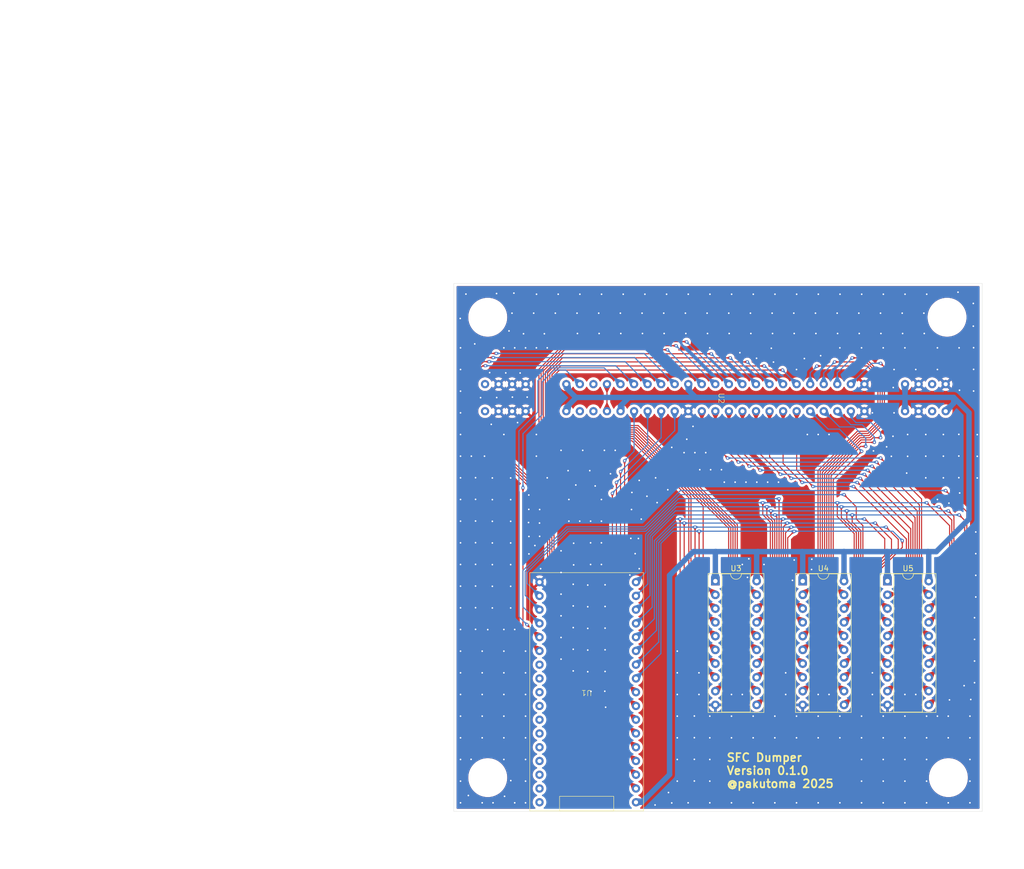
<source format=kicad_pcb>
(kicad_pcb (version 20240108) (generator "pcbnew") (generator_version "8.0")
  (layers (0 "F.Cu" jumper) (31 "B.Cu" mixed) (34 "B.Paste" user) (35 "F.Paste" user) (36 "B.SilkS" user "B.Silkscreen") (37 "F.SilkS" user "F.Silkscreen") (38 "B.Mask" user) (39 "F.Mask" user) (44 "Edge.Cuts" user))
  (net 0 "")
  (net 1 "Net-(U1-GPIO2)")
  (net 3 "Net-(U1-GPIO6)")
  (net 5 "Net-(U1-GPIO5)")
  (net 6 "GND")
  (net 8 "Net-(U1-GPIO10)")
  (net 9 "Net-(U1-GPIO11)")
  (net 10 "Net-(U1-GPIO1)")
  (net 11 "+3V3")
  (net 12 "Net-(U1-GPIO7)")
  (net 13 "+5V")
  (net 14 "Net-(U1-GPIO17)")
  (net 15 "Net-(U1-GPIO14)")
  (net 16 "Net-(U1-GPIO12)")
  (net 17 "Net-(U1-GPIO9)")
  (net 20 "Net-(U1-GPIO18)")
  (net 21 "Net-(U1-GPIO16)")
  (net 24 "Net-(U1-GPIO4)")
  (net 25 "Net-(U1-GPIO3)")
  (net 26 "Net-(U1-GPIO0)")
  (net 27 "Net-(U1-GPIO19)")
  (net 29 "Net-(U1-GPIO20)")
  (net 31 "Net-(U1-GPIO13)")
  (net 32 "Net-(U1-GPIO8)")
  (net 34 "Net-(U1-GPIO15)")
  (net 35 "Net-(U2-CPU_A8)")
  (net 38 "Net-(U2-CPU_A17)")
  (net 39 "Net-(U2-CPU_A2)")
  (net 42 "Net-(U2-CPU_A15)")
  (net 43 "Net-(U2-CPU_A7)")
  (net 44 "Net-(U2-CPU_A3)")
  (net 45 "Net-(U2-CPU_A16)")
  (net 46 "Net-(U2-CPU_A5)")
  (net 48 "Net-(U2-CPU_A23)")
  (net 49 "Net-(U2-CPU_A10)")
  (net 50 "Net-(U2-CPU_A4)")
  (net 51 "Net-(U2-CPU_A1)")
  (net 52 "Net-(U2-CPU_A6)")
  (net 53 "Net-(U2-CPU_A19)")
  (net 54 "Net-(U2-CPU_A21)")
  (net 55 "Net-(U2-CPU_A14)")
  (net 56 "Net-(U2-CPU_A11)")
  (net 57 "Net-(U2-CPU_A22)")
  (net 58 "Net-(U2-CPU_A9)")
  (net 59 "Net-(U2-CPU_A0)")
  (net 61 "Net-(U2-CPU_A12)")
  (net 62 "Net-(U2-CPU_A20)")
  (net 63 "Net-(U2-CPU_A13)")
  (net 65 "Net-(U2-CPU_A18)")
  (net 66 "Net-(U2-CIC_DATA_1)")
  (footprint "Package_DIP:DIP-20_W7.62mm_Socket" (layer "F.Cu") (at 163.75 106.985)
    (property "Reference" "U5")
    (property "Value" "74HC273")
  )
  (footprint "Package_DIP:DIP-20_W7.62mm_Socket" (layer "F.Cu") (at 148.12 106.985)
    (property "Reference" "U4")
    (property "Value" "74HC273")
  )
  (footprint "MountingHole:MountingHole_3.2mm_M3" (layer "F.Cu") (at 90 143.275 -90)
    (property "Reference" "REF**" (hide yes))
    (property "Value" "MountingHole_3.2mm_M3" (hide yes))
  )
  (footprint "MountingHole:MountingHole_3.2mm_M3" (layer "F.Cu") (at 175 143.275 -90)
    (property "Reference" "REF**" (hide yes))
    (property "Value" "MountingHole_3.2mm_M3" (hide yes))
  )
  (footprint "Package_DIP:DIP-20_W7.62mm_Socket" (layer "F.Cu") (at 132 106.985)
    (property "Reference" "U3")
    (property "Value" "74HC273")
  )
  (footprint "MountingHole:MountingHole_3.2mm_M3" (layer "F.Cu") (at 90 58.275 -90)
    (property "Reference" "REF**" (hide yes))
    (property "Value" "MountingHole_3.2mm_M3" (hide yes))
  )
  (footprint "snes-dumper:SFC_CART" (layer "F.Cu") (at 130.7 73.125 -90)
    (property "Reference" "U2")
    (property "Value" "SFC_SLOT")
  )
  (footprint "snes-dumper:AE-RP2040" (layer "F.Cu") (at 108.25 127.125 180)
    (property "Reference" "U1")
    (property "Value" "AE-RP2040")
  )
  (footprint "MountingHole:MountingHole_3.2mm_M3" (layer "F.Cu") (at 174.75 58.275 -90)
    (property "Reference" "REF**" (hide yes))
    (property "Value" "MountingHole_3.2mm_M3" (hide yes))
  )
  (gr_rect (start 83.75 52.025) (end 181.25 149.525) (stroke (width 0.05)) (fill none) (layer "Edge.Cuts"))
  (gr_text "SFC Dumper\nVersion 0.1.0\n@pakutoma 2025" (at 133.95 145.275 0) (layer "F.SilkS") (effects (font (size 1.5 1.5) (thickness 0.3) (bold yes)) (justify left bottom)))
  (segment (start 89.244364 66.475) (end 86.85 68.869364) (width 0.2) (layer "F.Cu") (net 1))
  (segment (start 101.831 124.686) (end 117.35 140.205) (width 0.2) (layer "F.Cu") (net 1))
  (segment (start 86.85 77.690686) (end 101.831 92.671686) (width 0.2) (layer "F.Cu") (net 1))
  (segment (start 101.831 92.671686) (end 101.831 124.686) (width 0.2) (layer "F.Cu") (net 1))
  (segment (start 86.85 68.869364) (end 86.85 77.690686) (width 0.2) (layer "F.Cu") (net 1))
  (segment (start 90.25 66.475) (end 89.244364 66.475) (width 0.2) (layer "F.Cu") (net 1))
  (via (at 90.25 66.475) (size 0.6) (drill 0.3) (layers "F.Cu" "B.Cu") (net 1))
  (segment (start 115.35 66.475) (end 119.5 70.625) (width 0.2) (layer "B.Cu") (net 1))
  (segment (start 90.25 66.475) (end 115.35 66.475) (width 0.2) (layer "B.Cu") (net 1))
  (segment (start 114.5 86.775) (end 114.5 127.195) (width 0.2) (layer "F.Cu") (net 3))
  (segment (start 114.5 127.195) (end 117.35 130.045) (width 0.2) (layer "F.Cu") (net 3))
  (via (at 114.5 86.775) (size 0.6) (drill 0.3) (layers "F.Cu" "B.Cu") (net 3))
  (segment (start 114.5 86.775) (end 119.5 81.775) (width 0.2) (layer "B.Cu") (net 3))
  (segment (start 119.5 81.775) (end 119.5 75.625) (width 0.2) (layer "B.Cu") (net 3))
  (segment (start 113.75 128.985) (end 117.35 132.585) (width 0.2) (layer "F.Cu") (net 5))
  (segment (start 113.75 88.775) (end 113.75 128.985) (width 0.2) (layer "F.Cu") (net 5))
  (via (at 113.75 88.775) (size 0.6) (drill 0.3) (layers "F.Cu" "B.Cu") (net 5))
  (segment (start 113.75 88.775) (end 122 80.525) (width 0.2) (layer "B.Cu") (net 5))
  (segment (start 122 80.525) (end 122 75.625) (width 0.2) (layer "B.Cu") (net 5))
  (via (at 92.975 123.925) (size 0.6) (drill 0.3) (layers "F.Cu" "B.Cu") (net 6))
  (via (at 136.975 127.925) (size 0.6) (drill 0.3) (layers "F.Cu" "B.Cu") (net 6))
  (via (at 124.975 119.925) (size 0.6) (drill 0.3) (layers "F.Cu" "B.Cu") (net 6))
  (via (at 174.075 87.925) (size 0.6) (drill 0.3) (layers "F.Cu" "B.Cu") (net 6))
  (via (at 166.975 127.925) (size 0.6) (drill 0.3) (layers "F.Cu" "B.Cu") (net 6))
  (via (at 134.55 61.275) (size 0.6) (drill 0.3) (layers "F.Cu" "B.Cu") (net 6))
  (via (at 150.975 147.925) (size 0.6) (drill 0.3) (layers "F.Cu" "B.Cu") (net 6))
  (via (at 94.825 53.825) (size 0.6) (drill 0.3) (layers "F.Cu" "B.Cu") (net 6))
  (via (at 158.975 135.925) (size 0.6) (drill 0.3) (layers "F.Cu" "B.Cu") (net 6))
  (via (at 86.425 146.575) (size 0.6) (drill 0.3) (layers "F.Cu" "B.Cu") (net 6))
  (via (at 128.125 139.9) (size 0.6) (drill 0.3) (layers "F.Cu" "B.Cu") (net 6))
  (via (at 155 54.025) (size 0.6) (drill 0.3) (layers "F.Cu" "B.Cu") (net 6))
  (via (at 130.225 83.275) (size 0.6) (drill 0.3) (layers "F.Cu" "B.Cu") (net 6))
  (via (at 177.9 126.3) (size 0.6) (drill 0.3) (layers "F.Cu" "B.Cu") (net 6))
  (via (at 160.975 75.925) (size 0.6) (drill 0.3) (layers "F.Cu" "B.Cu") (net 6))
  (via (at 179.825 121.75) (size 0.6) (drill 0.3) (layers "F.Cu" "B.Cu") (net 6))
  (via (at 180.05 105.925) (size 0.6) (drill 0.3) (layers "F.Cu" "B.Cu") (net 6))
  (via (at 103.525 101.4) (size 0.6) (drill 0.3) (layers "F.Cu" "B.Cu") (net 6))
  (via (at 87.75 115.9) (size 0.6) (drill 0.3) (layers "F.Cu" "B.Cu") (net 6))
  (via (at 124.975 143.925) (size 0.6) (drill 0.3) (layers "F.Cu" "B.Cu") (net 6))
  (via (at 88.975 147.925) (size 0.6) (drill 0.3) (layers "F.Cu" "B.Cu") (net 6))
  (via (at 175.1 92.6) (size 0.6) (drill 0.3) (layers "F.Cu" "B.Cu") (net 6))
  (via (at 146.975 147.925) (size 0.6) (drill 0.3) (layers "F.Cu" "B.Cu") (net 6))
  (via (at 167 54.025) (size 0.6) (drill 0.3) (layers "F.Cu" "B.Cu") (net 6))
  (via (at 142.975 135.925) (size 0.6) (drill 0.3) (layers "F.Cu" "B.Cu") (net 6))
  (via (at 93.325 68.55) (size 0.6) (drill 0.3) (layers "F.Cu" "B.Cu") (net 6))
  (via (at 96.975 139.925) (size 0.6) (drill 0.3) (layers "F.Cu" "B.Cu") (net 6))
  (via (at 99.575 98.725) (size 0.6) (drill 0.3) (layers "F.Cu" "B.Cu") (net 6))
  (via (at 146.475 57.525) (size 0.6) (drill 0.3) (layers "F.Cu" "B.Cu") (net 6))
  (via (at 130.975 147.925) (size 0.6) (drill 0.3) (layers "F.Cu" "B.Cu") (net 6))
  (via (at 179.825 113.75) (size 0.6) (drill 0.3) (layers "F.Cu" "B.Cu") (net 6))
  (via (at 94.225 99.95) (size 0.6) (drill 0.3) (layers "F.Cu" "B.Cu") (net 6))
  (via (at 123.35 146.025) (size 0.6) (drill 0.3) (layers "F.Cu" "B.Cu") (net 6))
  (via (at 170.975 135.925) (size 0.6) (drill 0.3) (layers "F.Cu" "B.Cu") (net 6))
  (via (at 179.65 71.9) (size 0.6) (drill 0.3) (layers "F.Cu" "B.Cu") (net 6))
  (via (at 130.975 139.925) (size 0.6) (drill 0.3) (layers "F.Cu" "B.Cu") (net 6))
  (via (at 103.525 82.85) (size 0.6) (drill 0.3) (layers "F.Cu" "B.Cu") (net 6))
  (via (at 177.075 90.725) (size 0.6) (drill 0.3) (layers "F.Cu" "B.Cu") (net 6))
  (via (at 110.475 57.525) (size 0.6) (drill 0.3) (layers "F.Cu" "B.Cu") (net 6))
  (via (at 134.975 147.925) (size 0.6) (drill 0.3) (layers "F.Cu" "B.Cu") (net 6))
  (via (at 179.125 128.85) (size 0.6) (drill 0.3) (layers "F.Cu" "B.Cu") (net 6))
  (via (at 134.975 131.925) (size 0.6) (drill 0.3) (layers "F.Cu" "B.Cu") (net 6))
  (via (at 87.75 91.9) (size 0.6) (drill 0.3) (layers "F.Cu" "B.Cu") (net 6))
  (via (at 108.825 86.6) (size 0.6) (drill 0.3) (layers "F.Cu" "B.Cu") (net 6))
  (via (at 161.175 82.95) (size 0.6) (drill 0.3) (layers "F.Cu" "B.Cu") (net 6))
  (via (at 92.975 131.925) (size 0.6) (drill 0.3) (layers "F.Cu" "B.Cu") (net 6))
  (via (at 100.975 63.925) (size 0.6) (drill 0.3) (layers "F.Cu" "B.Cu") (net 6))
  (via (at 166.975 63.925) (size 0.6) (drill 0.3) (layers "F.Cu" "B.Cu") (net 6))
  (via (at 84.975 107.925) (size 0.6) (drill 0.3) (layers "F.Cu" "B.Cu") (net 6))
  (via (at 87.75 99.9) (size 0.6) (drill 0.3) (layers "F.Cu" "B.Cu") (net 6))
  (via (at 179.6 55.725) (size 0.6) (drill 0.3) (layers "F.Cu" "B.Cu") (net 6))
  (via (at 108.45 115.725) (size 0.6) (drill 0.3) (layers "F.Cu" "B.Cu") (net 6))
  (via (at 128.975 123.925) (size 0.6) (drill 0.3) (layers "F.Cu" "B.Cu") (net 6))
  (via (at 158.55 61.275) (size 0.6) (drill 0.3) (layers "F.Cu" "B.Cu") (net 6))
  (via (at 87.75 87.9) (size 0.6) (drill 0.3) (layers "F.Cu" "B.Cu") (net 6))
  (via (at 170.475 57.525) (size 0.6) (drill 0.3) (layers "F.Cu" "B.Cu") (net 6))
  (via (at 162.975 131.925) (size 0.6) (drill 0.3) (layers "F.Cu" "B.Cu") (net 6))
  (via (at 139 54.025) (size 0.6) (drill 0.3) (layers "F.Cu" "B.Cu") (net 6))
  (via (at 142.725 66.55) (size 0.6) (drill 0.3) (layers "F.Cu" "B.Cu") (net 6))
  (via (at 178.975 131.925) (size 0.6) (drill 0.3) (layers "F.Cu" "B.Cu") (net 6))
  (via (at 136.525 64.825) (size 0.6) (drill 0.3) (layers "F.Cu" "B.Cu") (net 6))
  (via (at 158.975 131.925) (size 0.6) (drill 0.3) (layers "F.Cu" "B.Cu") (net 6))
  (via (at 84.975 71.925) (size 0.6) (drill 0.3) (layers "F.Cu" "B.Cu") (net 6))
  (via (at 103 54.025) (size 0.6) (drill 0.3) (layers "F.Cu" "B.Cu") (net 6))
  (via (at 123.95 147.95) (size 0.6) (drill 0.3) (layers "F.Cu" "B.Cu") (net 6))
  (via (at 84.975 143.925) (size 0.6) (drill 0.3) (layers "F.Cu" "B.Cu") (net 6))
  (via (at 164.475 83.95) (size 0.6) (drill 0.3) (layers "F.Cu" "B.Cu") (net 6))
  (via (at 148.425 65.9) (size 0.6) (drill 0.3) (layers "F.Cu" "B.Cu") (net 6))
  (via (at 97.6 101.975) (size 0.6) (drill 0.3) (layers "F.Cu" "B.Cu") (net 6))
  (via (at 180.05 101.925) (size 0.6) (drill 0.3) (layers "F.Cu" "B.Cu") (net 6))
  (via (at 179.6 59.925) (size 0.6) (drill 0.3) (layers "F.Cu" "B.Cu") (net 6))
  (via (at 162.475 57.525) (size 0.6) (drill 0.3) (layers "F.Cu" "B.Cu") (net 6))
  (via (at 177.05 71.75) (size 0.6) (drill 0.3) (layers "F.Cu" "B.Cu") (net 6))
  (via (at 180.325 87.95) (size 0.6) (drill 0.3) (layers "F.Cu" "B.Cu") (net 6))
  (via (at 167.3 87.05) (size 0.6) (drill 0.3) (layers "F.Cu" "B.Cu") (net 6))
  (via (at 130.475 57.525) (size 0.6) (drill 0.3) (layers "F.Cu" "B.Cu") (net 6))
  (via (at 97.6 98.75) (size 0.6) (drill 0.3) (layers "F.Cu" "B.Cu") (net 6))
  (via (at 128.125 143.9) (size 0.6) (drill 0.3) (layers "F.Cu" "B.Cu") (net 6))
  (via (at 146.975 131.925) (size 0.6) (drill 0.3) (layers "F.Cu" "B.Cu") (net 6))
  (via (at 178.975 147.925) (size 0.6) (drill 0.3) (layers "F.Cu" "B.Cu") (net 6))
  (via (at 108.45 123.725) (size 0.6) (drill 0.3) (layers "F.Cu" "B.Cu") (net 6))
  (via (at 112.65 87.175) (size 0.6) (drill 0.3) (layers "F.Cu" "B.Cu") (net 6))
  (via (at 96.975 135.925) (size 0.6) (drill 0.3) (layers "F.Cu" "B.Cu") (net 6))
  (via (at 114.475 57.525) (size 0.6) (drill 0.3) (layers "F.Cu" "B.Cu") (net 6))
  (via (at 108.45 111.725) (size 0.6) (drill 0.3) (layers "F.Cu" "B.Cu") (net 6))
  (via (at 142.55 61.275) (size 0.6) (drill 0.3) (layers "F.Cu" "B.Cu") (net 6))
  (via (at 163.6 82.2) (size 0.6) (drill 0.3) (layers "F.Cu" "B.Cu") (net 6))
  (via (at 99 54.025) (size 0.6) (drill 0.3) (layers "F.Cu" "B.Cu") (net 6))
  (via (at 174.075 83.925) (size 0.6) (drill 0.3) (layers "F.Cu" "B.Cu") (net 6))
  (via (at 123.225 90.125) (size 0.6) (drill 0.3) (layers "F.Cu" "B.Cu") (net 6))
  (via (at 130.975 131.925) (size 0.6) (drill 0.3) (layers "F.Cu" "B.Cu") (net 6))
  (via (at 126.225 83.275) (size 0.6) (drill 0.3) (layers "F.Cu" "B.Cu") (net 6))
  (via (at 179.65 67.9) (size 0.6) (drill 0.3) (layers "F.Cu" "B.Cu") (net 6))
  (via (at 164.825 71.25) (size 0.6) (drill 0.3) (layers "F.Cu" "B.Cu") (net 6))
  (via (at 97.525 96.175) (size 0.6) (drill 0.3) (layers "F.Cu" "B.Cu") (net 6))
  (via (at 84.975 115.925) (size 0.6) (drill 0.3) (layers "F.Cu" "B.Cu") (net 6))
  (via (at 129.125 86.425) (size 0.6) (drill 0.3) (layers "F.Cu" "B.Cu") (net 6))
  (via (at 111.65 119.675) (size 0.6) (drill 0.3) (layers "F.Cu" "B.Cu") (net 6))
  (via (at 128.975 127.925) (size 0.6) (drill 0.3) (layers "F.Cu" "B.Cu") (net 6))
  (via (at 133.125 86.425) (size 0.6) (drill 0.3) (layers "F.Cu" "B.Cu") (net 6))
  (via (at 90.85 95.95) (size 0.6) (drill 0.3) (layers "F.Cu" "B.Cu") (net 6))
  (via (at 84.925 58.5) (size 0.6) (drill 0.3) (layers "F.Cu" "B.Cu") (net 6))
  (via (at 105.775 123.575) (size 0.6) (drill 0.3) (layers "F.Cu" "B.Cu") (net 6))
  (via (at 87.75 107.9) (size 0.6) (drill 0.3) (layers "F.Cu" "B.Cu") (net 6))
  (via (at 154.55 61.275) (size 0.6) (drill 0.3) (layers "F.Cu" "B.Cu") (net 6))
  (via (at 88.675 73.125) (size 0.6) (drill 0.3) (layers "F.Cu" "B.Cu") (net 6))
  (via (at 100.975 87.925) (size 0.6) (drill 0.3) (layers "F.Cu" "B.Cu") (net 6))
  (via (at 128.225 83.275) (size 0.6) (drill 0.3) (layers "F.Cu" "B.Cu") (net 6))
  (via (at 87.6 63.2) (size 0.6) (drill 0.3) (layers "F.Cu" "B.Cu") (net 6))
  (via (at 160.975 123.925) (size 0.6) (drill 0.3) (layers "F.Cu" "B.Cu") (net 6))
  (via (at 103.525 109.4) (size 0.6) (drill 0.3) (layers "F.Cu" "B.Cu") (net 6))
  (via (at 91.65 73.1) (size 0.6) (drill 0.3) (layers "F.Cu" "B.Cu") (net 6))
  (via (at 160.975 127.925) (size 0.6) (drill 0.3) (layers "F.Cu" "B.Cu") (net 6))
  (via (at 106.55 61.275) (size 0.6) (drill 0.3) (layers "F.Cu" "B.Cu") (net 6))
  (via (at 162.975 135.925) (size 0.6) (drill 0.3) (layers "F.Cu" "B.Cu") (net 6))
  (via (at 133.65 88.725) (size 0.6) (drill 0.3) (layers "F.Cu" "B.Cu") (net 6))
  (via (at 98.975 83.925) (size 0.6) (drill 0.3) (layers "F.Cu" "B.Cu") (net 6))
  (via (at 176.775 53.65) (size 0.6) (drill 0.3) (layers "F.Cu" "B.Cu") (net 6))
  (via (at 172.975 63.925) (size 0.6) (drill 0.3) (layers "F.Cu" "B.Cu") (net 6))
  (via (at 111.75 130.275) (size 0.6) (drill 0.3) (layers "F.Cu" "B.Cu") (net 6))
  (via (at 85.975 54) (size 0.6) (drill 0.3) (layers "F.Cu" "B.Cu") (net 6))
  (via (at 106.25 89.25) (size 0.6) (drill 0.3) (layers "F.Cu" "B.Cu") (net 6))
  (via (at 122.55 61.275) (size 0.6) (drill 0.3) (layers "F.Cu" "B.Cu") (net 6))
  (via (at 137.925 106.3) (size 0.6) (drill 0.3) (layers "F.Cu" "B.Cu") (net 6))
  (via (at 88.975 119.925) (size 0.6) (drill 0.3) (layers "F.Cu" "B.Cu") (net 6))
  (via (at 151.425 65.375) (size 0.6) (drill 0.3) (layers "F.Cu" "B.Cu") (net 6))
  (via (at 180.05 97.925) (size 0.6) (drill 0.3) (layers "F.Cu" "B.Cu") (net 6))
  (via (at 84.975 111.925) (size 0.6) (drill 0.3) (layers "F.Cu" "B.Cu") (net 6))
  (via (at 174.075 79.925) (size 0.6) (drill 0.3) (layers "F.Cu" "B.Cu") (net 6))
  (via (at 84.975 67.925) (size 0.6) (drill 0.3) (layers "F.Cu" "B.Cu") (net 6))
  (via (at 166.975 147.925) (size 0.6) (drill 0.3) (layers "F.Cu" "B.Cu") (net 6))
  (via (at 96.975 119.925) (size 0.6) (drill 0.3) (layers "F.Cu" "B.Cu") (net 6))
  (via (at 142.975 147.925) (size 0.6) (drill 0.3) (layers "F.Cu" "B.Cu") (net 6))
  (via (at 164.975 75.925) (size 0.6) (drill 0.3) (layers "F.Cu" "B.Cu") (net 6))
  (via (at 84.975 99.925) (size 0.6) (drill 0.3) (layers "F.Cu" "B.Cu") (net 6))
  (via (at 117.2 101.925) (size 0.6) (drill 0.3) (layers "F.Cu" "B.Cu") (net 6))
  (via (at 98.975 79.925) (size 0.6) (drill 0.3) (layers "F.Cu" "B.Cu") (net 6))
  (via (at 146.225 106.85) (size 0.6) (drill 0.3) (layers "F.Cu" "B.Cu") (net 6))
  (via (at 158.975 139.925) (size 0.6) (drill 0.3) (layers "F.Cu" "B.Cu") (net 6))
  (via (at 87.75 111.9) (size 0.6) (drill 0.3) (layers "F.Cu" "B.Cu") (net 6))
  (via (at 151 54.025) (size 0.6) (drill 0.3) (layers "F.Cu" "B.Cu") (net 6))
  (via (at 147 54.025) (size 0.6) (drill 0.3) (layers "F.Cu" "B.Cu") (net 6))
  (via (at 97.575 91.1) (size 0.6) (drill 0.3) (layers "F.Cu" "B.Cu") (net 6))
  (via (at 170.825 87.925) (size 0.6) (drill 0.3) (layers "F.Cu" "B.Cu") (net 6))
  (via (at 105.775 119.575) (size 0.6) (drill 0.3) (layers "F.Cu" "B.Cu") (net 6))
  (via (at 126.55 61.275) (size 0.6) (drill 0.3) (layers "F.Cu" "B.Cu") (net 6))
  (via (at 94.225 107.95) (size 0.6) (drill 0.3) (layers "F.Cu" "B.Cu") (net 6))
  (via (at 126.475 57.525) (size 0.6) (drill 0.3) (layers "F.Cu" "B.Cu") (net 6))
  (via (at 178.975 143.925) (size 0.6) (drill 0.3) (layers "F.Cu" "B.Cu") (net 6))
  (via (at 154.975 147.925) (size 0.6) (drill 0.3) (layers "F.Cu" "B.Cu") (net 6))
  (via (at 96.975 127.925) (size 0.6) (drill 0.3) (layers "F.Cu" "B.Cu") (net 6))
  (via (at 124.975 123.925) (size 0.6) (drill 0.3) (layers "F.Cu" "B.Cu") (net 6))
  (via (at 150.475 57.525) (size 0.6) (drill 0.3) (layers "F.Cu" "B.Cu") (net 6))
  (via (at 144.975 123.925) (size 0.6) (drill 0.3) (layers "F.Cu" "B.Cu") (net 6))
  (via (at 116.4 99.1) (size 0.6) (drill 0.3) (layers "F.Cu" "B.Cu") (net 6))
  (via (at 150.975 131.925) (size 0.6) (drill 0.3) (layers "F.Cu" "B.Cu") (net 6))
  (via (at 97.575 93.75) (size 0.6) (drill 0.3) (layers "F.Cu" "B.Cu") (net 6))
  (via (at 149.8 102.95) (size 0.6) (drill 0.3) (layers "F.Cu" "B.Cu") (net 6))
  (via (at 118.55 61.275) (size 0.6) (drill 0.3) (layers "F.Cu" "B.Cu") (net 6))
  (via (at 150.975 79.925) (size 0.6) (drill 0.3) (layers "F.Cu" "B.Cu") (net 6))
  (via (at 166.475 57.525) (size 0.6) (drill 0.3) (layers "F.Cu" "B.Cu") (net 6))
  (via (at 111.525 82.85) (size 0.6) (drill 0.3) (layers "F.Cu" "B.Cu") (net 6))
  (via (at 87.75 103.9) (size 0.6) (drill 0.3) (layers "F.Cu" "B.Cu") (net 6))
  (via (at 139.65 88.725) (size 0.6) (drill 0.3) (layers "F.Cu" "B.Cu") (net 6))
  (via (at 94.475 57.525) (size 0.6) (drill 0.3) (layers "F.Cu" "B.Cu") (net 6))
  (via (at 90 115.95) (size 0.6) (drill 0.3) (layers "F.Cu" "B.Cu") (net 6))
  (via (at 99.575 93.775) (size 0.6) (drill 0.3) (layers "F.Cu" "B.Cu") (net 6))
  (via (at 168.975 67.925) (size 0.6) (drill 0.3) (layers "F.Cu" "B.Cu") (net 6))
  (via (at 92.975 79.925) (size 0.6) (drill 0.3) (layers "F.Cu" "B.Cu") (net 6))
  (via (at 89.4 83.925) (size 0.6) (drill 0.3) (layers "F.Cu" "B.Cu") (net 6))
  (via (at 98.7 100.425) (size 0.6) (drill 0.3) (layers "F.Cu" "B.Cu") (net 6))
  (via (at 110.975 91.925) (size 0.6) (drill 0.3) (layers "F.Cu" "B.Cu") (net 6))
  (via (at 93.925 60.8) (size 0.6) (drill 0.3) (layers "F.Cu" "B.Cu") (net 6))
  (via (at 105.775 107.575) (size 0.6) (drill 0.3) (layers "F.Cu" "B.Cu") (net 6))
  (via (at 93.1 146.725) (size 0.6) (drill 0.3) (layers "F.Cu" "B.Cu") (net 6))
  (via (at 119.375 91.325) (size 0.6) (drill 0.3) (layers "F.Cu" "B.Cu") (net 6))
  (via (at 98.475 57.525) (size 0.6) (drill 0.3) (layers "F.Cu" "B.Cu") (net 6))
  (via (at 118.325 95.55) (size 0.6) (drill 0.3) (layers "F.Cu" "B.Cu") (net 6))
  (via (at 94.225 111.95) (size 0.6) (drill 0.3) (layers "F.Cu" "B.Cu") (net 6))
  (via (at 143.65 88.725) (size 0.6) (drill 0.3) (layers "F.Cu" "B.Cu") (net 6))
  (via (at 124.975 139.925) (size 0.6) (drill 0.3) (layers "F.Cu" "B.Cu") (net 6))
  (via (at 84.975 119.925) (size 0.6) (drill 0.3) (layers "F.Cu" "B.Cu") (net 6))
  (via (at 103.525 121.4) (size 0.6) (drill 0.3) (layers "F.Cu" "B.Cu") (net 6))
  (via (at 110.55 61.275) (size 0.6) (drill 0.3) (layers "F.Cu" "B.Cu") (net 6))
  (via (at 104.975 95.925) (size 0.6) (drill 0.3) (layers "F.Cu" "B.Cu") (net 6))
  (via (at 104.825 86.6) (size 0.6) (drill 0.3) (layers "F.Cu" "B.Cu") (net 6))
  (via (at 84.975 87.925) (size 0.6) (drill 0.3) (layers "F.Cu" "B.Cu") (net 6))
  (via (at 109.05 127.35) (size 0.6) (drill 0.3) (layers "F.Cu" "B.Cu") (net 6))
  (via (at 170.975 139.925) (size 0.6) (drill 0.3) (layers "F.Cu" "B.Cu") (net 6))
  (via (at 96.975 147.925) (size 0.6) (drill 0.3) (layers "F.Cu" "B.Cu") (net 6))
  (via (at 138.975 147.925) (size 0.6) (drill 0.3) (layers "F.Cu" "B.Cu") (net 6))
  (via (at 99.75 104.7) (size 0.6) (drill 0.3) (layers "F.Cu" "B.Cu") (net 6))
  (via (at 120.975 87.925) (size 0.6) (drill 0.3) (layers "F.Cu" "B.Cu") (net 6))
  (via (at 84.975 91.925) (size 0.6) (drill 0.3) (layers "F.Cu" "B.Cu") (net 6))
  (via (at 122.475 57.525) (size 0.6) (drill 0.3) (layers "F.Cu" "B.Cu") (net 6))
  (via (at 94.55 73.025) (size 0.6) (drill 0.3) (layers "F.Cu" "B.Cu") (net 6))
  (via (at 98.975 63.925) (size 0.6) (drill 0.3) (layers "F.Cu" "B.Cu") (net 6))
  (via (at 135 54.025) (size 0.6) (drill 0.3) (layers "F.Cu" "B.Cu") (net 6))
  (via (at 152.975 127.925) (size 0.6) (drill 0.3) (layers "F.Cu" "B.Cu") (net 6))
  (via (at 108.975 103.925) (size 0.6) (drill 0.3) (layers "F.Cu" "B.Cu") (net 6))
  (via (at 152.975 79.925) (size 0.6) (drill 0.3) (layers "F.Cu" "B.Cu") (net 6))
  (via (at 88.975 135.925) (size 0.6) (drill 0.3) (layers "F.Cu" "B.Cu") (net 6))
  (via (at 84.975 139.925) (size 0.6) (drill 0.3) (layers "F.Cu" "B.Cu") (net 6))
  (via (at 150.55 61.275) (size 0.6) (drill 0.3) (layers "F.Cu" "B.Cu") (net 6))
  (via (at 150.975 127.925) (size 0.6) (drill 0.3) (layers "F.Cu" "B.Cu") (net 6))
  (via (at 154.975 131.925) (size 0.6) (drill 0.3) (layers "F.Cu" "B.Cu") (net 6))
  (via (at 84.975 127.925) (size 0.6) (drill 0.3) (layers "F.Cu" "B.Cu") (net 6))
  (via (at 115 54.025) (size 0.6) (drill 0.3) (layers "F.Cu" "B.Cu") (net 6))
  (via (at 105.85 100) (size 0.6) (drill 0.3) (layers "F.Cu" "B.Cu") (net 6))
  (via (at 172.975 67.925) (size 0.6) (drill 0.3) (layers "F.Cu" "B.Cu") (net 6))
  (via (at 162.975 139.925) (size 0.6) (drill 0.3) (layers "F.Cu" "B.Cu") (net 6))
  (via (at 166.55 61.275) (size 0.6) (drill 0.3) (layers "F.Cu" "B.Cu") (net 6))
  (via (at 86.925 139.9) (size 0.6) (drill 0.3) (layers "F.Cu" "B.Cu") (net 6))
  (via (at 84.975 95.925) (size 0.6) (drill 0.3) (layers "F.Cu" "B.Cu") (net 6))
  (via (at 84.975 103.925) (size 0.6) (drill 0.3) (layers "F.Cu" "B.Cu") (net 6))
  (via (at 166.975 139.925) (size 0.6) (drill 0.3) (layers "F.Cu" "B.Cu") (net 6))
  (via (at 90.85 91.95) (size 0.6) (drill 0.3) (layers "F.Cu" "B.Cu") (net 6))
  (via (at 158.975 147.925) (size 0.6) (drill 0.3) (layers "F.Cu" "B.Cu") (net 6))
  (via (at 146.975 135.925) (size 0.6) (drill 0.3) (layers "F.Cu" "B.Cu") (net 6))
  (via (at 176.975 63.925) (size 0.6) (drill 0.3) (layers "F.Cu" "B.Cu") (net 6))
  (via (at 92.975 139.925) (size 0.6) (drill 0.3) (layers "F.Cu" "B.Cu") (net 6))
  (via (at 154.975 63.925) (size 0.6) (drill 0.3) (layers "F.Cu" "B.Cu") (net 6))
  (via (at 118.475 57.525) (size 0.6) (drill 0.3) (layers "F.Cu" "B.Cu") (net 6))
  (via (at 146.55 103.1) (size 0.6) (drill 0.3) (layers "F.Cu" "B.Cu") (net 6))
  (via (at 103.525 113.4) (size 0.6) (drill 0.3) (layers "F.Cu" "B.Cu") (net 6))
  (via (at 94.225 103.95) (size 0.6) (drill 0.3) (layers "F.Cu" "B.Cu") (net 6))
  (via (at 84.975 135.925) (size 0.6) (drill 0.3) (layers "F.Cu" "B.Cu") (net 6))
  (via (at 143 54.025) (size 0.6) (drill 0.3) (layers "F.Cu" "B.Cu") (net 6))
  (via (at 162.975 147.925) (size 0.6) (drill 0.3) (layers "F.Cu" "B.Cu") (net 6))
  (via (at 166.975 143.925) (size 0.6) (drill 0.3) (layers "F.Cu" "B.Cu") (net 6))
  (via (at 105.85 104) (size 0.6) (drill 0.3) (layers "F.Cu" "B.Cu") (net 6))
  (via (at 84.975 75.925) (size 0.6) (drill 0.3) (layers "F.Cu" "B.Cu") (net 6))
  (via (at 172.975 131.925) (size 0.6) (drill 0.3) (layers "F.Cu" "B.Cu") (net 6))
  (via (at 135.65 88.725) (size 0.6) (drill 0.3) (layers "F.Cu" "B.Cu") (net 6))
  (via (at 131.125 86.425) (size 0.6) (drill 0.3) (layers "F.Cu" "B.Cu") (net 6))
  (via (at 179.825 125.75) (size 0.6) (drill 0.3) (layers "F.Cu" "B.Cu") (net 6))
  (via (at 178.975 135.925) (size 0.6) (drill 0.3) (layers "F.Cu" "B.Cu") (net 6))
  (via (at 92.975 127.925) (size 0.6) (drill 0.3) (layers "F.Cu" "B.Cu") (net 6))
  (via (at 137.65 88.725) (size 0.6) (drill 0.3) (layers "F.Cu" "B.Cu") (net 6))
  (via (at 94.225 87.95) (size 0.6) (drill 0.3) (layers "F.Cu" "B.Cu") (net 6))
  (via (at 174.975 147.925) (size 0.6) (drill 0.3) (layers "F.Cu" "B.Cu") (net 6))
  (via (at 142.325 64) (size 0.6) (drill 0.3) (layers "F.Cu" "B.Cu") (net 6))
  (via (at 90.85 87.95) (size 0.6) (drill 0.3) (layers "F.Cu" "B.Cu") (net 6))
  (via (at 91.625 53.9) (size 0.6) (drill 0.3) (layers "F.Cu" "B.Cu") (net 6))
  (via (at 99.55 96.275) (size 0.6) (drill 0.3) (layers "F.Cu" "B.Cu") (net 6))
  (via (at 158.975 63.925) (size 0.6) (drill 0.3) (layers "F.Cu" "B.Cu") (net 6))
  (via (at 111.65 123.675) (size 0.6) (drill 0.3) (layers "F.Cu" "B.Cu") (net 6))
  (via (at 84.975 79.925) (size 0.6) (drill 0.3) (layers "F.Cu" "B.Cu") (net 6))
  (via (at 140.975 103.925) (size 0.6) (drill 0.3) (layers "F.Cu" "B.Cu") (net 6))
  (via (at 176.925 83.9) (size 0.6) (drill 0.3) (layers "F.Cu" "B.Cu") (net 6))
  (via (at 92.975 115.925) (size 0.6) (drill 0.3) (layers "F.Cu" "B.Cu") (net 6))
  (via (at 123.95 82.3) (size 0.6) (drill 0.3) (layers "F.Cu" "B.Cu") (net 6))
  (via (at 111.65 107.675) (size 0.6) (drill 0.3) (layers "F.Cu" "B.Cu") (net 6))
  (via (at 108.45 119.725) (size 0.6) (drill 0.3) (layers "F.Cu" "B.Cu") (net 6))
  (via (at 170.825 83.925) (size 0.6) (drill 0.3) (layers "F.Cu" "B.Cu") (net 6))
  (via (at 116.525 93.775) (size 0.6) (drill 0.3) (layers "F.Cu" "B.Cu") (net 6))
  (via (at 130.975 143.925) (size 0.6) (drill 0.3) (layers "F.Cu" "B.Cu") (net 6))
  (via (at 109.825 89.425) (size 0.6) (drill 0.3) (layers "F.Cu" "B.Cu") (net 6))
  (via (at 128.125 135.9) (size 0.6) (drill 0.3) (layers "F.Cu" "B.Cu") (net 6))
  (via (at 144.975 127.925) (size 0.6) (drill 0.3) (layers "F.Cu" "B.Cu") (net 6))
  (via (at 90.85 99.95) (size 0.6) (drill 0.3) (layers "F.Cu" "B.Cu") (net 6))
  (via (at 84.975 147.925) (size 0.6) (drill 0.3) (layers "F.Cu" "B.Cu") (net 6))
  (via (at 119 54.025) (size 0.6) (drill 0.3) (layers "F.Cu" "B.Cu") (net 6))
  (via (at 170.975 143.925) (size 0.6) (drill 0.3) (layers "F.Cu" "B.Cu") (net 6))
  (via (at 96.6 61.325) (size 0.6) (drill 0.3) (layers "F.Cu" "B.Cu") (net 6))
  (via (at 158.975 143.925) (size 0.6) (drill 0.3) (layers "F.Cu" "B.Cu") (net 6))
  (via (at 138.975 131.925) (size 0.6) (drill 0.3) (layers "F.Cu" "B.Cu") (net 6))
  (via (at 108.975 95.925) (size 0.6) (drill 0.3) (layers "F.Cu" "B.Cu") (net 6))
  (via (at 180.05 109.925) (size 0.6) (drill 0.3) (layers "F.Cu" "B.Cu") (net 6))
  (via (at 90.975 147.925) (size 0.6) (drill 0.3) (layers "F.Cu" "B.Cu") (net 6))
  (via (at 105.775 111.575) (size 0.6) (drill 0.3) (layers "F.Cu" "B.Cu") (net 6))
  (via (at 106.475 57.525) (size 0.6) (drill 0.3) (layers "F.Cu" "B.Cu") (net 6))
  (via (at 121.25 92.5) (size 0.6) (drill 0.3) (layers "F.Cu" "B.Cu") (net 6))
  (via (at 111.65 115.675) (size 0.6) (drill 0.3) (layers "F.Cu" "B.Cu") (net 6))
  (via (at 90.85 103.95) (size 0.6) (drill 0.3) (layers "F.Cu" "B.Cu") (net 6))
  (via (at 94.225 91.95) (size 0.6) (drill 0.3) (layers "F.Cu" "B.Cu") (net 6))
  (via (at 134.475 57.525) (size 0.6) (drill 0.3) (layers "F.Cu" "B.Cu") (net 6))
  (via (at 116.6 90.625) (size 0.6) (drill 0.3) (layers "F.Cu" "B.Cu") (net 6))
  (via (at 170.975 131.925) (size 0.6) (drill 0.3) (layers "F.Cu" "B.Cu") (net 6))
  (via (at 94.225 95.95) (size 0.6) (drill 0.3) (layers "F.Cu" "B.Cu") (net 6))
  (via (at 127 54.025) (size 0.6) (drill 0.3) (layers "F.Cu" "B.Cu") (net 6))
  (via (at 150.975 135.925) (size 0.6) (drill 0.3) (layers "F.Cu" "B.Cu") (net 6))
  (via (at 159 54.025) (size 0.6) (drill 0.3) (layers "F.Cu" "B.Cu") (net 6))
  (via (at 110.975 95.925) (size 0.6) (drill 0.3) (layers "F.Cu" "B.Cu") (net 6))
  (via (at 96.975 123.925) (size 0.6) (drill 0.3) (layers "F.Cu" "B.Cu") (net 6))
  (via (at 180.325 83.95) (size 0.6) (drill 0.3) (layers "F.Cu" "B.Cu") (net 6))
  (via (at 90.65 78.05) (size 0.6) (drill 0.3) (layers "F.Cu" "B.Cu") (net 6))
  (via (at 171 54.025) (size 0.6) (drill 0.3) (layers "F.Cu" "B.Cu") (net 6))
  (via (at 84.975 63.925) (size 0.6) (drill 0.3) (layers "F.Cu" "B.Cu") (net 6))
  (via (at 84.975 123.925) (size 0.6) (drill 0.3) (layers "F.Cu" "B.Cu") (net 6))
  (via (at 127.875 78.425) (size 0.6) (drill 0.3) (layers "F.Cu" "B.Cu") (net 6))
  (via (at 95.975 68.575) (size 0.6) (drill 0.3) (layers "F.Cu" "B.Cu") (net 6))
  (via (at 138.55 61.275) (size 0.6) (drill 0.3) (layers "F.Cu" "B.Cu") (net 6))
  (via (at 175.2 128.925) (size 0.6) (drill 0.3) (layers "F.Cu" "B.Cu") (net 6))
  (via (at 90.85 111.95) (size 0.6) (drill 0.3) (layers "F.Cu" "B.Cu") (net 6))
  (via (at 96.975 143.925) (size 0.6) (drill 0.3) (layers "F.Cu" "B.Cu") (net 6))
  (via (at 96.975 131.925) (size 0.6) (drill 0.3) (layers "F.Cu" "B.Cu") (net 6))
  (via (at 111.6 127.325) (size 0.6) (drill 0.3) (layers "F.Cu" "B.Cu") (net 6))
  (via (at 97.275 73.025) (size 0.6) (drill 0.3) (layers "F.Cu" "B.Cu") (net 6))
  (via (at 176.925 79.9) (size 0.6) (drill 0.3) (layers "F.Cu" "B.Cu") (net 6))
  (via (at 148.975 79.925) (size 0.6) (drill 0.3) (layers "F.Cu" "B.Cu") (net 6))
  (via (at 92.975 135.925) (size 0.6) (drill 0.3) (layers "F.Cu" "B.Cu") (net 6))
  (via (at 174.975 135.925) (size 0.6) (drill 0.3) (layers "F.Cu" "B.Cu") (net 6))
  (via (at 116.225 105.875) (size 0.6) (drill 0.3) (layers "F.Cu" "B.Cu") (net 6))
  (via (at 106.975 95.925) (size 0.6) (drill 0.3) (layers "F.Cu" "B.Cu") (net 6))
  (via (at 87.75 95.9) (size 0.6) (drill 0.3) (layers "F.Cu" "B.Cu") (net 6))
  (via (at 90.35 68.5) (size 0.6) (drill 0.3) (layers "F.Cu" "B.Cu") (net 6))
  (via (at 117.95 104.7) (size 0.6) (drill 0.3) (layers "F.Cu" "B.Cu") (net 6))
  (via (at 90.85 107.95) (size 0.6) (drill 0.3) (layers "F.Cu" "B.Cu") (net 6))
  (via (at 180.325 79.95) (size 0.6) (drill 0.3) (layers "F.Cu" "B.Cu") (net 6))
  (via (at 142.475 57.525) (size 0.6) (drill 0.3) (layers "F.Cu" "B.Cu") (net 6))
  (via (at 124.975 127.925) (size 0.6) (drill 0.3) (layers "F.Cu" "B.Cu") (net 6))
  (via (at 172.975 91.925) (size 0.6) (drill 0.3) (layers "F.Cu" "B.Cu") (net 6))
  (via (at 94.975 63.925) (size 0.6) (drill 0.3) (layers "F.Cu" "B.Cu") (net 6))
  (via (at 158.475 57.525) (size 0.6) (drill 0.3) (layers "F.Cu" "B.Cu") (net 6))
  (via (at 110.975 99.925) (size 0.6) (drill 0.3) (layers "F.Cu" "B.Cu") (net 6))
  (via (at 138.975 135.925) (size 0.6) (drill 0.3) (layers "F.Cu" "B.Cu") (net 6))
  (via (at 167.475 83.95) (size 0.6) (drill 0.3) (layers "F.Cu" "B.Cu") (net 6))
  (via (at 84.975 83.925) (size 0.6) (drill 0.3) (layers "F.Cu" "B.Cu") (net 6))
  (via (at 111 54.025) (size 0.6) (drill 0.3) (layers "F.Cu" "B.Cu") (net 6))
  (via (at 141.65 88.725) (size 0.6) (drill 0.3) (layers "F.Cu" "B.Cu") (net 6))
  (via (at 126.975 147.925) (size 0.6) (drill 0.3) (layers "F.Cu" "B.Cu") (net 6))
  (via (at 124.975 131.925) (size 0.6) (drill 0.3) (layers "F.Cu" "B.Cu") (net 6))
  (via (at 162.975 63.925) (size 0.6) (drill 0.3) (layers "F.Cu" "B.Cu") (net 6))
  (via (at 94.975 115.925) (size 0.6) (drill 0.3) (layers "F.Cu" "B.Cu") (net 6))
  (via (at 95.5 77.725) (size 0.6) (drill 0.3) (layers "F.Cu" "B.Cu") (net 6))
  (via (at 154.475 57.525) (size 0.6) (drill 0.3) (layers "F.Cu" "B.Cu") (net 6))
  (via (at 139.6 65.85) (size 0.6) (drill 0.3) (layers "F.Cu" "B.Cu") (net 6))
  (via (at 113.525 82.85) (size 0.6) (drill 0.3) (layers "F.Cu" "B.Cu") (net 6))
  (via (at 130.975 63.925) (size 0.6) (drill 0.3) (layers "F.Cu" "B.Cu") (net 6))
  (via (at 126.725 80.8) (size 0.6) (drill 0.3) (layers "F.Cu" "B.Cu") (net 6))
  (via (at 88.975 127.925) (size 0.6) (drill 0.3) (layers "F.Cu" "B.Cu") (net 6))
  (via (at 146.975 67.925) (size 0.6) (drill 0.3) (layers "F.Cu" "B.Cu") (net 6))
  (via (at 166.975 131.925) (size 0.6) (drill 0.3) (layers "F.Cu" "B.Cu") (net 6))
  (via (at 149.75 104.85) (size 0.6) (drill 0.3) (layers "F.Cu" "B.Cu") (net 6))
  (via (at 88.975 123.925) (size 0.6) (drill 0.3) (layers "F.Cu" "B.Cu") (net 6))
  (via (at 179.825 117.75) (size 0.6) (drill 0.3) (layers "F.Cu" "B.Cu") (net 6))
  (via (at 96.975 63.925) (size 0.6) (drill 0.3) (layers "F.Cu" "B.Cu") (net 6))
  (via (at 170.55 61.275) (size 0.6) (drill 0.3) (layers "F.Cu" "B.Cu") (net 6))
  (via (at 179.65 63.9) (size 0.6) (drill 0.3) (layers "F.Cu" "B.Cu") (net 6))
  (via (at 103.525 105.4) (size 0.6) (drill 0.3) (layers "F.Cu" "B.Cu") (net 6))
  (via (at 84.975 131.925) (size 0.6) (drill 0.3) (layers "F.Cu" "B.Cu") (net 6))
  (via (at 124.975 135.925) (size 0.6) (drill 0.3) (layers "F.Cu" "B.Cu") (net 6))
  (via (at 166.975 135.925) (size 0.6) (drill 0.3) (layers "F.Cu" "B.Cu") (net 6))
  (via (at 136.975 103.925) (size 0.6) (drill 0.3) (layers "F.Cu" "B.Cu") (net 6))
  (via (at 163 54.025) (size 0.6) (drill 0.3) (layers "F.Cu" "B.Cu") (net 6))
  (via (at 154.975 135.925) (size 0.6) (drill 0.3) (layers "F.Cu" "B.Cu") (net 6))
  (via (at 168.975 127.925) (size 0.6) (drill 0.3) (layers "F.Cu" "B.Cu") (net 6))
  (via (at 120.875 148.325) (size 0.6) (drill 0.3) (layers "F.Cu" "B.Cu") (net 6))
  (via (at 134.975 135.925) (size 0.6) (drill 0.3) (layers "F.Cu" "B.Cu") (net 6))
  (via (at 130.55 61.275) (size 0.6) (drill 0.3) (layers "F.Cu" "B.Cu") (net 6))
  (via (at 123 54.025) (size 0.6) (drill 0.3) (layers "F.Cu" "B.Cu") (net 6))
  (via (at 178.975 139.925) (size 0.6) (drill 0.3) (layers "F.Cu" "B.Cu") (net 6))
  (via (at 128.125 131.9) (size 0.6) (drill 0.3) (layers "F.Cu" "B.Cu") (net 6))
  (via (at 108.45 107.725) (size 0.6) (drill 0.3) (layers "F.Cu" "B.Cu") (net 6))
  (via (at 105.775 115.575) (size 0.6) (drill 0.3) (layers "F.Cu" "B.Cu") (net 6))
  (via (at 131 54.025) (size 0.6) (drill 0.3) (layers "F.Cu" "B.Cu") (net 6))
  (via (at 162.55 61.275) (size 0.6) (drill 0.3) (layers "F.Cu" "B.Cu") (net 6))
  (via (at 130.975 135.925) (size 0.6) (drill 0.3) (layers "F.Cu" "B.Cu") (net 6))
  (via (at 94.25 143.825) (size 0.6) (drill 0.3) (layers "F.Cu" "B.Cu") (net 6))
  (via (at 164.975 67.925) (size 0.6) (drill 0.3) (layers "F.Cu" "B.Cu") (net 6))
  (via (at 94.975 147.925) (size 0.6) (drill 0.3) (layers "F.Cu" "B.Cu") (net 6))
  (via (at 117.95 88.4) (size 0.6) (drill 0.3) (layers "F.Cu" "B.Cu") (net 6))
  (via (at 170.825 79.925) (size 0.6) (drill 0.3) (layers "F.Cu" "B.Cu") (net 6))
  (via (at 108.975 99.925) (size 0.6) (drill 0.3) (layers "F.Cu" "B.Cu") (net 6))
  (via (at 102.475 57.525) (size 0.6) (drill 0.3) (layers "F.Cu" "B.Cu") (net 6))
  (via (at 92.975 119.925) (size 0.6) (drill 0.3) (layers "F.Cu" "B.Cu") (net 6))
  (via (at 114.55 61.275) (size 0.6) (drill 0.3) (layers "F.Cu" "B.Cu") (net 6))
  (via (at 104.975 91.925) (size 0.6) (drill 0.3) (layers "F.Cu" "B.Cu") (net 6))
  (via (at 142.975 131.925) (size 0.6) (drill 0.3) (layers "F.Cu" "B.Cu") (net 6))
  (via (at 107.525 82.85) (size 0.6) (drill 0.3) (layers "F.Cu" "B.Cu") (net 6))
  (via (at 117.8 99.125) (size 0.6) (drill 0.3) (layers "F.Cu" "B.Cu") (net 6))
  (via (at 138.475 57.525) (size 0.6) (drill 0.3) (layers "F.Cu" "B.Cu") (net 6))
  (via (at 146.55 61.275) (size 0.6) (drill 0.3) (layers "F.Cu" "B.Cu") (net 6))
  (via (at 103.525 117.4) (size 0.6) (drill 0.3) (layers "F.Cu" "B.Cu") (net 6))
  (via (at 167.475 79.925) (size 0.6) (drill 0.3) (layers "F.Cu" "B.Cu") (net 6))
  (via (at 138.175 102.875) (size 0.6) (drill 0.3) (layers "F.Cu" "B.Cu") (net 6))
  (via (at 110.975 103.925) (size 0.6) (drill 0.3) (layers "F.Cu" "B.Cu") (net 6))
  (via (at 176.925 87.9) (size 0.6) (drill 0.3) (layers "F.Cu" "B.Cu") (net 6))
  (via (at 92.975 63.925) (size 0.6) (drill 0.3) (layers "F.Cu" "B.Cu") (net 6))
  (via (at 88.975 131.925) (size 0.6) (drill 0.3) (layers "F.Cu" "B.Cu") (net 6))
  (via (at 86.975 83.925) (size 0.6) (drill 0.3) (layers "F.Cu" "B.Cu") (net 6))
  (via (at 134.975 127.925) (size 0.6) (drill 0.3) (layers "F.Cu" "B.Cu") (net 6))
  (via (at 162.975 143.925) (size 0.6) (drill 0.3) (layers "F.Cu" "B.Cu") (net 6))
  (via (at 170.975 147.925) (size 0.6) (drill 0.3) (layers "F.Cu" "B.Cu") (net 6))
  (via (at 107 54.025) (size 0.6) (drill 0.3) (layers "F.Cu" "B.Cu") (net 6))
  (via (at 174.975 131.925) (size 0.6) (drill 0.3) (layers "F.Cu" "B.Cu") (net 6))
  (via (at 100.45 61.325) (size 0.6) (drill 0.3) (layers "F.Cu" "B.Cu") (net 6))
  (via (at 111.65 111.675) (size 0.6) (drill 0.3) (layers "F.Cu" "B.Cu") (net 6))
  (via (at 164.775 80.25) (size 0.6) (drill 0.3) (layers "F.Cu" "B.Cu") (net 6))
  (segment (start 144.55 96.975) (end 144.55 118.655) (width 0.2) (layer "F.Cu") (net 8))
  (segment (start 164.5 101.643629) (end 160.5 105.643629) (width 0.2) (layer "F.Cu") (net 8))
  (segment (start 161.5 96.275) (end 164.5 99.275) (width 0.2) (layer "F.Cu") (net 8))
  (segment (start 164.5 99.275) (end 164.5 101.643629) (width 0.2) (layer "F.Cu") (net 8))
  (segment (start 160.5 118.975) (end 163.75 122.225) (width 0.2) (layer "F.Cu") (net 8))
  (segment (start 145.25 96.275) (end 144.55 96.975) (width 0.2) (layer "F.Cu") (net 8))
  (segment (start 144.55 118.655) (end 148.12 122.225) (width 0.2) (layer "F.Cu") (net 8))
  (segment (start 126.25 96.275) (end 126.25 116.515) (width 0.2) (layer "F.Cu") (net 8))
  (segment (start 160.5 105.643629) (end 160.5 118.975) (width 0.2) (layer "F.Cu") (net 8))
  (segment (start 126.25 116.515) (end 132 122.265) (width 0.2) (layer "F.Cu") (net 8))
  (via (at 161.5 96.275) (size 0.6) (drill 0.3) (layers "F.Cu" "B.Cu") (net 8))
  (via (at 126.25 96.275) (size 0.6) (drill 0.3) (layers "F.Cu" "B.Cu") (net 8))
  (via (at 145.25 96.275) (size 0.6) (drill 0.3) (layers "F.Cu" "B.Cu") (net 8))
  (segment (start 121.15 99.690686) (end 121.15 116.085) (width 0.2) (layer "B.Cu") (net 8))
  (segment (start 124.565686 96.275) (end 121.15 99.690686) (width 0.2) (layer "B.Cu") (net 8))
  (segment (start 121.15 116.085) (end 117.35 119.885) (width 0.2) (layer "B.Cu") (net 8))
  (segment (start 161.5 96.275) (end 145.25 96.275) (width 0.2) (layer "B.Cu") (net 8))
  (segment (start 126.25 96.275) (end 124.565686 96.275) (width 0.2) (layer "B.Cu") (net 8))
  (segment (start 145.25 96.275) (end 126.25 96.275) (width 0.2) (layer "B.Cu") (net 8))
  (segment (start 163.25 102.275) (end 160.1 105.425) (width 0.2) (layer "F.Cu") (net 9))
  (segment (start 144.15 95.875) (end 144.15 120.795) (width 0.2) (layer "F.Cu") (net 9))
  (segment (start 160.1 105.425) (end 160.1 121.115) (width 0.2) (layer "F.Cu") (net 9))
  (segment (start 144.5 95.525) (end 144.15 95.875) (width 0.2) (layer "F.Cu") (net 9))
  (segment (start 159.625 95.525) (end 163.25 99.15) (width 0.2) (layer "F.Cu") (net 9))
  (segment (start 163.25 99.15) (end 163.25 102.275) (width 0.2) (layer "F.Cu") (net 9))
  (segment (start 160.1 121.115) (end 163.75 124.765) (width 0.2) (layer "F.Cu") (net 9))
  (segment (start 144.15 120.795) (end 148.12 124.765) (width 0.2) (layer "F.Cu") (net 9))
  (segment (start 125.5 95.525) (end 125.5 118.305) (width 0.2) (layer "F.Cu") (net 9))
  (segment (start 159.5 95.525) (end 159.625 95.525) (width 0.2) (layer "F.Cu") (net 9))
  (segment (start 125.5 118.305) (end 132 124.805) (width 0.2) (layer "F.Cu") (net 9))
  (via (at 159.5 95.525) (size 0.6) (drill 0.3) (layers "F.Cu" "B.Cu") (net 9))
  (via (at 125.5 95.525) (size 0.6) (drill 0.3) (layers "F.Cu" "B.Cu") (net 9))
  (via (at 144.5 95.525) (size 0.6) (drill 0.3) (layers "F.Cu" "B.Cu") (net 9))
  (segment (start 125.5 95.525) (end 124.75 95.525) (width 0.2) (layer "B.Cu") (net 9))
  (segment (start 120.75 99.525) (end 120.75 113.945) (width 0.2) (layer "B.Cu") (net 9))
  (segment (start 159.5 95.525) (end 144.5 95.525) (width 0.2) (layer "B.Cu") (net 9))
  (segment (start 120.75 113.945) (end 117.35 117.345) (width 0.2) (layer "B.Cu") (net 9))
  (segment (start 124.75 95.525) (end 120.75 99.525) (width 0.2) (layer "B.Cu") (net 9))
  (segment (start 144.5 95.525) (end 125.5 95.525) (width 0.2) (layer "B.Cu") (net 9))
  (segment (start 89.428678 65.725) (end 86.45 68.703678) (width 0.2) (layer "F.Cu") (net 10))
  (segment (start 86.45 68.703678) (end 86.45 77.856372) (width 0.2) (layer "F.Cu") (net 10))
  (segment (start 91 65.725) (end 89.428678 65.725) (width 0.2) (layer "F.Cu") (net 10))
  (segment (start 101.431 126.826) (end 117.35 142.745) (width 0.2) (layer "F.Cu") (net 10))
  (segment (start 86.45 77.856372) (end 101.431 92.837372) (width 0.2) (layer "F.Cu") (net 10))
  (segment (start 101.431 92.837372) (end 101.431 126.826) (width 0.2) (layer "F.Cu") (net 10))
  (via (at 91 65.725) (size 0.6) (drill 0.3) (layers "F.Cu" "B.Cu") (net 10))
  (segment (start 117.1 65.725) (end 122 70.625) (width 0.2) (layer "B.Cu") (net 10))
  (segment (start 91 65.725) (end 117.1 65.725) (width 0.2) (layer "B.Cu") (net 10))
  (segment (start 115.25 125.405) (end 117.35 127.505) (width 0.2) (layer "F.Cu") (net 12))
  (segment (start 115.25 84.775) (end 115.25 125.405) (width 0.2) (layer "F.Cu") (net 12))
  (via (at 115.25 84.775) (size 0.6) (drill 0.3) (layers "F.Cu" "B.Cu") (net 12))
  (segment (start 117 83.025) (end 117 75.625) (width 0.2) (layer "B.Cu") (net 12))
  (segment (start 115.25 84.775) (end 117 83.025) (width 0.2) (layer "B.Cu") (net 12))
  (segment (start 130.075 73.075) (end 116.8 73.075) (width 1) (layer "B.Cu") (net 13))
  (segment (start 106.351048 73.075) (end 104.5 74.926048) (width 1) (layer "B.Cu") (net 13))
  (segment (start 127 70.625) (end 127 71.70263) (width 1) (layer "B.Cu") (net 13))
  (segment (start 167 75.625) (end 167 70.625) (width 1) (layer "B.Cu") (net 13))
  (segment (start 178.8 75.9) (end 175.975 73.075) (width 1) (layer "B.Cu") (net 13))
  (segment (start 128.37237 73.075) (end 130.075 73.075) (width 1) (layer "B.Cu") (net 13))
  (segment (start 132.05 101.55) (end 139.85 101.55) (width 1) (layer "B.Cu") (net 13))
  (segment (start 116.8 73.075) (end 106.351048 73.075) (width 1) (layer "B.Cu") (net 13))
  (segment (start 116.075 73.075) (end 116.8 73.075) (width 1) (layer "B.Cu") (net 13))
  (segment (start 155.74 106.985) (end 155.74 101.565) (width 1) (layer "B.Cu") (net 13))
  (segment (start 155.74 101.565) (end 155.725 101.55) (width 1) (layer "B.Cu") (net 13))
  (segment (start 139.85 101.55) (end 148.025 101.55) (width 1) (layer "B.Cu") (net 13))
  (segment (start 114.5 74.65) (end 116.075 73.075) (width 1) (layer "B.Cu") (net 13))
  (segment (start 163.75 106.985) (end 163.75 101.6) (width 1) (layer "B.Cu") (net 13))
  (segment (start 127 71.70263) (end 128.37237 73.075) (width 1) (layer "B.Cu") (net 13))
  (segment (start 139.62 101.78) (end 139.62 106.985) (width 1) (layer "B.Cu") (net 13))
  (segment (start 127.925 101.55) (end 132.05 101.55) (width 1) (layer "B.Cu") (net 13))
  (segment (start 155.725 101.55) (end 163.7 101.55) (width 1) (layer "B.Cu") (net 13))
  (segment (start 139.85 101.55) (end 139.62 101.78) (width 1) (layer "B.Cu") (net 13))
  (segment (start 117.35 147.825) (end 118.42763 147.825) (width 1) (layer "B.Cu") (net 13))
  (segment (start 132 106.985) (end 132 101.6) (width 1) (layer "B.Cu") (net 13))
  (segment (start 106.351048 73.075) (end 106.251048 73.075) (width 1) (layer "B.Cu") (net 13))
  (segment (start 175.975 73.075) (end 175.975 74.15) (width 1) (layer "B.Cu") (net 13))
  (segment (start 163.75 101.6) (end 163.7 101.55) (width 1) (layer "B.Cu") (net 13))
  (segment (start 104.5 74.926048) (end 104.5 75.625) (width 1) (layer "B.Cu") (net 13))
  (segment (start 148.12 106.985) (end 148.12 101.645) (width 1) (layer "B.Cu") (net 13))
  (segment (start 178.8 95.520585) (end 178.8 75.9) (width 1) (layer "B.Cu") (net 13))
  (segment (start 171.37 101.695) (end 171.225 101.55) (width 1) (layer "B.Cu") (net 13))
  (segment (start 171.225 101.55) (end 172.770585 101.55) (width 1) (layer "B.Cu") (net 13))
  (segment (start 106.251048 73.075) (end 104.5 71.323952) (width 1) (layer "B.Cu") (net 13))
  (segment (start 175.975 74.15) (end 174.5 75.625) (width 1) (layer "B.Cu") (net 13))
  (segment (start 123.55 105.925) (end 127.925 101.55) (width 1) (layer "B.Cu") (net 13))
  (segment (start 132 101.6) (end 132.05 101.55) (width 1) (layer "B.Cu") (net 13))
  (segment (start 148.025 101.55) (end 155.725 101.55) (width 1) (layer "B.Cu") (net 13))
  (segment (start 148.12 101.645) (end 148.025 101.55) (width 1) (layer "B.Cu") (net 13))
  (segment (start 114.5 75.625) (end 114.5 74.65) (width 1) (layer "B.Cu") (net 13))
  (segment (start 163.7 101.55) (end 171.225 101.55) (width 1) (layer "B.Cu") (net 13))
  (segment (start 104.5 71.323952) (end 104.5 70.625) (width 1) (layer "B.Cu") (net 13))
  (segment (start 118.42763 147.825) (end 123.55 142.70263) (width 1) (layer "B.Cu") (net 13))
  (segment (start 123.55 142.70263) (end 123.55 105.925) (width 1) (layer "B.Cu") (net 13))
  (segment (start 172.770585 101.55) (end 178.8 95.520585) (width 1) (layer "B.Cu") (net 13))
  (segment (start 175.975 73.075) (end 130.075 73.075) (width 1) (layer "B.Cu") (net 13))
  (segment (start 171.37 106.985) (end 171.37 101.695) (width 1) (layer "B.Cu") (net 13))
  (segment (start 155.75 91.025) (end 158 93.275) (width 0.2) (layer "F.Cu") (net 14))
  (segment (start 158 95.525) (end 159.22 96.745) (width 0.2) (layer "F.Cu") (net 14))
  (segment (start 159.22 126.365) (end 155.74 129.845) (width 0.2) (layer "F.Cu") (net 14))
  (segment (start 158 93.275) (end 158 95.525) (width 0.2) (layer "F.Cu") (net 14))
  (segment (start 159.22 96.745) (end 159.22 126.365) (width 0.2) (layer "F.Cu") (net 14))
  (via (at 155.75 91.025) (size 0.6) (drill 0.3) (layers "F.Cu" "B.Cu") (net 14))
  (segment (start 119.010908 97.375) (end 104.715686 97.375) (width 0.2) (layer "B.Cu") (net 14))
  (segment (start 96.9 109.615) (end 99.55 112.265) (width 0.2) (layer "B.Cu") (net 14))
  (segment (start 155.75 91.025) (end 125.360908 91.025) (width 0.2) (layer "B.Cu") (net 14))
  (segment (start 125.360908 91.025) (end 119.010908 97.375) (width 0.2) (layer "B.Cu") (net 14))
  (segment (start 96.9 105.190686) (end 96.9 109.615) (width 0.2) (layer "B.Cu") (net 14))
  (segment (start 104.715686 97.375) (end 96.9 105.190686) (width 0.2) (layer "B.Cu") (net 14))
  (segment (start 175.62 95.705661) (end 175.62 110.355) (width 0.2) (layer "F.Cu") (net 15))
  (segment (start 174.25 94.275) (end 174.25 94.335661) (width 0.2) (layer "F.Cu") (net 15))
  (segment (start 142.55 95.951347) (end 142.55 111.715) (width 0.2) (layer "F.Cu") (net 15))
  (segment (start 155.25 93.275) (end 155.25 95.275) (width 0.2) (layer "F.Cu") (net 15))
  (segment (start 141.5 94.901347) (end 142.55 95.951347) (width 0.2) (layer "F.Cu") (net 15))
  (segment (start 173.25 93.275) (end 174.25 94.275) (width 0.2) (layer "F.Cu") (net 15))
  (segment (start 158.02 98.045) (end 158.02 112.325) (width 0.2) (layer "F.Cu") (net 15))
  (segment (start 158 98.025) (end 158.02 98.045) (width 0.2) (layer "F.Cu") (net 15))
  (segment (start 141.5 93.275) (end 141.5 94.901347) (width 0.2) (layer "F.Cu") (net 15))
  (segment (start 174.25 94.335661) (end 175.62 95.705661) (width 0.2) (layer "F.Cu") (net 15))
  (segment (start 155.25 95.275) (end 158 98.025) (width 0.2) (layer "F.Cu") (net 15))
  (segment (start 142.55 111.715) (end 139.62 114.645) (width 0.2) (layer "F.Cu") (net 15))
  (segment (start 175.62 110.355) (end 171.37 114.605) (width 0.2) (layer "F.Cu") (net 15))
  (segment (start 158.02 112.325) (end 155.74 114.605) (width 0.2) (layer "F.Cu") (net 15))
  (via (at 141.5 93.275) (size 0.6) (drill 0.3) (layers "F.Cu" "B.Cu") (net 15))
  (via (at 173.25 93.275) (size 0.6) (drill 0.3) (layers "F.Cu" "B.Cu") (net 15))
  (via (at 155.25 93.275) (size 0.6) (drill 0.3) (layers "F.Cu" "B.Cu") (net 15))
  (segment (start 141.5 93.275) (end 124.807966 93.275) (width 0.2) (layer "B.Cu") (net 15))
  (segment (start 118.05 109.025) (end 118 109.025) (width 0.2) (layer "B.Cu") (net 15))
  (segment (start 155.25 93.275) (end 141.5 93.275) (width 0.2) (layer "B.Cu") (net 15))
  (segment (start 124.807966 93.275) (end 119.55 98.532966) (width 0.2) (layer "B.Cu") (net 15))
  (segment (start 173.25 93.275) (end 155.25 93.275) (width 0.2) (layer "B.Cu") (net 15))
  (segment (start 118 109.025) (end 117.35 109.675) (width 0.2) (layer "B.Cu") (net 15))
  (segment (start 119.55 98.532966) (end 119.55 107.525) (width 0.2) (layer "B.Cu") (net 15))
  (segment (start 119.55 107.525) (end 118.05 109.025) (width 0.2) (layer "B.Cu") (net 15))
  (segment (start 158.82 121.685) (end 155.74 124.765) (width 0.2) (layer "F.Cu") (net 16))
  (segment (start 157.25 94.775) (end 157.25 96.077943) (width 0.2) (layer "F.Cu") (net 16))
  (segment (start 157.25 96.077943) (end 158.8 97.627943) (width 0.2) (layer "F.Cu") (net 16))
  (segment (start 158.82 97.647943) (end 158.82 121.685) (width 0.2) (layer "F.Cu") (net 16))
  (segment (start 143.35 121.075) (end 139.62 124.805) (width 0.2) (layer "F.Cu") (net 16))
  (segment (start 178 118.135) (end 171.37 124.765) (width 0.2) (layer "F.Cu") (net 16))
  (segment (start 143.35 95.125) (end 143.35 121.075) (width 0.2) (layer "F.Cu") (net 16))
  (segment (start 178 95.775) (end 178 118.135) (width 0.2) (layer "F.Cu") (net 16))
  (segment (start 143 94.775) (end 143.35 95.125) (width 0.2) (layer "F.Cu") (net 16))
  (segment (start 158.8 97.627943) (end 158.82 97.647943) (width 0.2) (layer "F.Cu") (net 16))
  (segment (start 177 94.775) (end 178 95.775) (width 0.2) (layer "F.Cu") (net 16))
  (via (at 177 94.775) (size 0.6) (drill 0.3) (layers "F.Cu" "B.Cu") (net 16))
  (via (at 143 94.775) (size 0.6) (drill 0.3) (layers "F.Cu" "B.Cu") (net 16))
  (via (at 157.25 94.775) (size 0.6) (drill 0.3) (layers "F.Cu" "B.Cu") (net 16))
  (segment (start 120.35 98.864338) (end 120.35 111.805) (width 0.2) (layer "B.Cu") (net 16))
  (segment (start 120.35 111.805) (end 117.35 114.805) (width 0.2) (layer "B.Cu") (net 16))
  (segment (start 177 94.775) (end 157.25 94.775) (width 0.2) (layer "B.Cu") (net 16))
  (segment (start 124.439338 94.775) (end 120.35 98.864338) (width 0.2) (layer "B.Cu") (net 16))
  (segment (start 143 94.775) (end 124.439338 94.775) (width 0.2) (layer "B.Cu") (net 16))
  (segment (start 157.25 94.775) (end 143 94.775) (width 0.2) (layer "B.Cu") (net 16))
  (segment (start 165.75 100.959314) (end 161.22 105.489314) (width 0.2) (layer "F.Cu") (net 17))
  (segment (start 165.75 99.275) (end 165.75 100.959314) (width 0.2) (layer "F.Cu") (net 17))
  (segment (start 128.25 110.895) (end 132 114.645) (width 0.2) (layer "F.Cu") (net 17))
  (segment (start 146 97.025) (end 144.95 98.075) (width 0.2) (layer "F.Cu") (net 17))
  (segment (start 128.25 97.025) (end 128.25 110.895) (width 0.2) (layer "F.Cu") (net 17))
  (segment (start 144.95 98.075) (end 144.95 111.435) (width 0.2) (layer "F.Cu") (net 17))
  (segment (start 144.95 111.435) (end 148.12 114.605) (width 0.2) (layer "F.Cu") (net 17))
  (segment (start 161.22 112.075) (end 163.75 114.605) (width 0.2) (layer "F.Cu") (net 17))
  (segment (start 161.22 105.489314) (end 161.22 112.075) (width 0.2) (layer "F.Cu") (net 17))
  (segment (start 163.5 97.025) (end 165.75 99.275) (width 0.2) (layer "F.Cu") (net 17))
  (via (at 146 97.025) (size 0.6) (drill 0.3) (layers "F.Cu" "B.Cu") (net 17))
  (via (at 163.5 97.025) (size 0.6) (drill 0.3) (layers "F.Cu" "B.Cu") (net 17))
  (via (at 128.25 97.025) (size 0.6) (drill 0.3) (layers "F.Cu" "B.Cu") (net 17))
  (segment (start 124.381372 97.025) (end 121.55 99.856372) (width 0.2) (layer "B.Cu") (net 17))
  (segment (start 146 97.025) (end 128.25 97.025) (width 0.2) (layer "B.Cu") (net 17))
  (segment (start 128.25 97.025) (end 124.381372 97.025) (width 0.2) (layer "B.Cu") (net 17))
  (segment (start 121.55 99.856372) (end 121.55 118.225) (width 0.2) (layer "B.Cu") (net 17))
  (segment (start 121.55 118.225) (end 117.35 122.425) (width 0.2) (layer "B.Cu") (net 17))
  (segment (start 163.5 97.025) (end 146 97.025) (width 0.2) (layer "B.Cu") (net 17))
  (segment (start 178.4 122.815) (end 171.37 129.845) (width 0.2) (layer "F.Cu") (net 20))
  (segment (start 174.5 90.275) (end 178.4 94.175) (width 0.2) (layer "F.Cu") (net 20))
  (segment (start 178.4 94.175) (end 178.4 122.815) (width 0.2) (layer "F.Cu") (net 20))
  (via (at 174.5 90.275) (size 0.6) (drill 0.3) (layers "F.Cu" "B.Cu") (net 20))
  (segment (start 118.845222 96.975) (end 104.55 96.975) (width 0.2) (layer "B.Cu") (net 20))
  (segment (start 96.5 111.755) (end 99.55 114.805) (width 0.2) (layer "B.Cu") (net 20))
  (segment (start 104.55 96.975) (end 96.5 105.025) (width 0.2) (layer "B.Cu") (net 20))
  (segment (start 125.545222 90.275) (end 118.845222 96.975) (width 0.2) (layer "B.Cu") (net 20))
  (segment (start 96.5 105.025) (end 96.5 111.755) (width 0.2) (layer "B.Cu") (net 20))
  (segment (start 174.5 90.275) (end 125.545222 90.275) (width 0.2) (layer "B.Cu") (net 20))
  (segment (start 143.75 125.755) (end 139.62 129.885) (width 0.2) (layer "F.Cu") (net 21))
  (segment (start 143.75 91.775) (end 143.75 125.755) (width 0.2) (layer "F.Cu") (net 21))
  (via (at 143.75 91.775) (size 0.6) (drill 0.3) (layers "F.Cu" "B.Cu") (net 21))
  (segment (start 143.75 91.775) (end 125.176594 91.775) (width 0.2) (layer "B.Cu") (net 21))
  (segment (start 104.881372 97.775) (end 97.3 105.356372) (width 0.2) (layer "B.Cu") (net 21))
  (segment (start 119.176594 97.775) (end 104.881372 97.775) (width 0.2) (layer "B.Cu") (net 21))
  (segment (start 97.3 107.45) (end 99.55 109.7) (width 0.2) (layer "B.Cu") (net 21))
  (segment (start 97.3 105.356372) (end 97.3 107.45) (width 0.2) (layer "B.Cu") (net 21))
  (segment (start 125.176594 91.775) (end 119.176594 97.775) (width 0.2) (layer "B.Cu") (net 21))
  (segment (start 113 130.775) (end 117.35 135.125) (width 0.2) (layer "F.Cu") (net 24))
  (segment (start 113 90.775) (end 113 130.775) (width 0.2) (layer "F.Cu") (net 24))
  (via (at 113 90.775) (size 0.6) (drill 0.3) (layers "F.Cu" "B.Cu") (net 24))
  (segment (start 124.5 79.217033) (end 124.5 75.625) (width 0.2) (layer "B.Cu") (net 24))
  (segment (start 113 90.717033) (end 124.5 79.217033) (width 0.2) (layer "B.Cu") (net 24))
  (segment (start 113 90.775) (end 113 90.717033) (width 0.2) (layer "B.Cu") (net 24))
  (segment (start 102.231 92.506) (end 102.231 122.546) (width 0.2) (layer "F.Cu") (net 25))
  (segment (start 89.555025 67.225) (end 89.06005 67.225) (width 0.2) (layer "F.Cu") (net 25))
  (segment (start 102.231 122.546) (end 117.35 137.665) (width 0.2) (layer "F.Cu") (net 25))
  (segment (start 89.06005 67.225) (end 87.25 69.03505) (width 0.2) (layer "F.Cu") (net 25))
  (segment (start 87.25 69.03505) (end 87.25 77.525) (width 0.2) (layer "F.Cu") (net 25))
  (segment (start 87.25 77.525) (end 102.231 92.506) (width 0.2) (layer "F.Cu") (net 25))
  (via (at 89.555025 67.225) (size 0.6) (drill 0.3) (layers "F.Cu" "B.Cu") (net 25))
  (segment (start 113.6 67.225) (end 117 70.625) (width 0.2) (layer "B.Cu") (net 25))
  (segment (start 89.555025 67.225) (end 113.6 67.225) (width 0.2) (layer "B.Cu") (net 25))
  (segment (start 101.031 128.966) (end 117.35 145.285) (width 0.2) (layer "F.Cu") (net 26))
  (segment (start 101.031 93.003058) (end 101.031 128.966) (width 0.2) (layer "F.Cu") (net 26))
  (segment (start 86.05 78.022058) (end 101.031 93.003058) (width 0.2) (layer "F.Cu") (net 26))
  (segment (start 86.05 68.537992) (end 86.05 78.022058) (width 0.2) (layer "F.Cu") (net 26))
  (segment (start 91.552178 64.951951) (end 89.636041 64.951951) (width 0.2) (layer "F.Cu") (net 26))
  (segment (start 89.636041 64.951951) (end 86.05 68.537992) (width 0.2) (layer "F.Cu") (net 26))
  (via (at 91.552178 64.951951) (size 0.6) (drill 0.3) (layers "F.Cu" "B.Cu") (net 26))
  (segment (start 118.826951 64.951951) (end 124.5 70.625) (width 0.2) (layer "B.Cu") (net 26))
  (segment (start 91.552178 64.951951) (end 118.826951 64.951951) (width 0.2) (layer "B.Cu") (net 26))
  (segment (start 97.24 115.035) (end 99.55 117.345) (width 0.2) (layer "F.Cu") (net 27))
  (via (at 97.24 115.035) (size 0.6) (drill 0.3) (layers "F.Cu" "B.Cu") (net 27))
  (segment (start 101.617157 67.625) (end 111.5 67.625) (width 0.2) (layer "B.Cu") (net 27))
  (segment (start 111.5 67.625) (end 114.5 70.625) (width 0.2) (layer "B.Cu") (net 27))
  (segment (start 99.25 69.992157) (end 101.617157 67.625) (width 0.2) (layer "B.Cu") (net 27))
  (segment (start 99.25 75.775) (end 99.25 69.992157) (width 0.2) (layer "B.Cu") (net 27))
  (segment (start 95.75 79.275) (end 99.25 75.775) (width 0.2) (layer "B.Cu") (net 27))
  (segment (start 95.75 113.545) (end 95.75 79.275) (width 0.2) (layer "B.Cu") (net 27))
  (segment (start 97.24 115.035) (end 95.75 113.545) (width 0.2) (layer "B.Cu") (net 27))
  (segment (start 96.49 114.724339) (end 96.49 116.825) (width 0.2) (layer "F.Cu") (net 29))
  (segment (start 96.5 114.714339) (end 96.49 114.724339) (width 0.2) (layer "F.Cu") (net 29))
  (segment (start 96.5 89.775) (end 96.5 114.714339) (width 0.2) (layer "F.Cu") (net 29))
  (segment (start 96.49 116.825) (end 99.55 119.885) (width 0.2) (layer "F.Cu") (net 29))
  (via (at 96.5 89.775) (size 0.6) (drill 0.3) (layers "F.Cu" "B.Cu") (net 29))
  (segment (start 96.5 79.775) (end 100 76.275) (width 0.2) (layer "B.Cu") (net 29))
  (segment (start 96.5 89.775) (end 96.5 79.775) (width 0.2) (layer "B.Cu") (net 29))
  (segment (start 100 76.275) (end 100 70.275) (width 0.2) (layer "B.Cu") (net 29))
  (segment (start 102.25 68.025) (end 104.4 68.025) (width 0.2) (layer "B.Cu") (net 29))
  (segment (start 100 70.275) (end 102.25 68.025) (width 0.2) (layer "B.Cu") (net 29))
  (segment (start 104.4 68.025) (end 107 70.625) (width 0.2) (layer "B.Cu") (net 29))
  (segment (start 156.25 94.025) (end 156.25 95.643629) (width 0.2) (layer "F.Cu") (net 31))
  (segment (start 176.02 95.045) (end 176.02 117.575) (width 0.2) (layer "F.Cu") (net 31))
  (segment (start 158.42 97.813629) (end 158.42 119.545) (width 0.2) (layer "F.Cu") (net 31))
  (segment (start 158.42 119.545) (end 155.74 122.225) (width 0.2) (layer "F.Cu") (net 31))
  (segment (start 142.95 95.785661) (end 142.95 118.935) (width 0.2) (layer "F.Cu") (net 31))
  (segment (start 175 94.025) (end 176.02 95.045) (width 0.2) (layer "F.Cu") (net 31))
  (segment (start 176.02 117.575) (end 171.37 122.225) (width 0.2) (layer "F.Cu") (net 31))
  (segment (start 142.25 94.025) (end 142.25 95.085661) (width 0.2) (layer "F.Cu") (net 31))
  (segment (start 142.25 95.085661) (end 142.95 95.785661) (width 0.2) (layer "F.Cu") (net 31))
  (segment (start 156.25 95.643629) (end 158.42 97.813629) (width 0.2) (layer "F.Cu") (net 31))
  (segment (start 142.95 118.935) (end 139.62 122.265) (width 0.2) (layer "F.Cu") (net 31))
  (via (at 142.25 94.025) (size 0.6) (drill 0.3) (layers "F.Cu" "B.Cu") (net 31))
  (via (at 175 94.025) (size 0.6) (drill 0.3) (layers "F.Cu" "B.Cu") (net 31))
  (via (at 156.25 94.025) (size 0.6) (drill 0.3) (layers "F.Cu" "B.Cu") (net 31))
  (segment (start 156.25 94.025) (end 142.25 94.025) (width 0.2) (layer "B.Cu") (net 31))
  (segment (start 142.25 94.025) (end 124.623652 94.025) (width 0.2) (layer "B.Cu") (net 31))
  (segment (start 119.95 109.665) (end 117.35 112.265) (width 0.2) (layer "B.Cu") (net 31))
  (segment (start 124.623652 94.025) (end 119.95 98.698652) (width 0.2) (layer "B.Cu") (net 31))
  (segment (start 175 94.025) (end 156.25 94.025) (width 0.2) (layer "B.Cu") (net 31))
  (segment (start 119.95 98.698652) (end 119.95 109.665) (width 0.2) (layer "B.Cu") (net 31))
  (segment (start 161.62 105.654999) (end 161.62 109.935) (width 0.2) (layer "F.Cu") (net 32))
  (segment (start 166.5 100.774999) (end 161.62 105.654999) (width 0.2) (layer "F.Cu") (net 32))
  (segment (start 145.35 109.295) (end 148.12 112.065) (width 0.2) (layer "F.Cu") (net 32))
  (segment (start 129 97.775) (end 129 109.105) (width 0.2) (layer "F.Cu") (net 32))
  (segment (start 129 109.105) (end 132 112.105) (width 0.2) (layer "F.Cu") (net 32))
  (segment (start 146.526967 97.81545) (end 145.35 98.992417) (width 0.2) (layer "F.Cu") (net 32))
  (segment (start 161.62 109.935) (end 163.75 112.065) (width 0.2) (layer "F.Cu") (net 32))
  (segment (start 145.35 98.992417) (end 145.35 109.295) (width 0.2) (layer "F.Cu") (net 32))
  (segment (start 166.5 99.525) (end 166.5 100.774999) (width 0.2) (layer "F.Cu") (net 32))
  (via (at 129 97.775) (size 0.6) (drill 0.3) (layers "F.Cu" "B.Cu") (net 32))
  (via (at 166.5 99.525) (size 0.6) (drill 0.3) (layers "F.Cu" "B.Cu") (net 32))
  (via (at 146.526967 97.81545) (size 0.6) (drill 0.3) (layers "F.Cu" "B.Cu") (net 32))
  (segment (start 121.95 100.022058) (end 121.95 120.365) (width 0.2) (layer "B.Cu") (net 32))
  (segment (start 164.75 97.775) (end 166.5 99.525) (width 0.2) (layer "B.Cu") (net 32))
  (segment (start 146.567417 97.775) (end 164.75 97.775) (width 0.2) (layer "B.Cu") (net 32))
  (segment (start 146.526967 97.81545) (end 146.486517 97.775) (width 0.2) (layer "B.Cu") (net 32))
  (segment (start 146.486517 97.775) (end 129 97.775) (width 0.2) (layer "B.Cu") (net 32))
  (segment (start 121.95 120.365) (end 117.35 124.965) (width 0.2) (layer "B.Cu") (net 32))
  (segment (start 124.197058 97.775) (end 121.95 100.022058) (width 0.2) (layer "B.Cu") (net 32))
  (segment (start 146.526967 97.81545) (end 146.567417 97.775) (width 0.2) (layer "B.Cu") (net 32))
  (segment (start 129 97.775) (end 124.197058 97.775) (width 0.2) (layer "B.Cu") (net 32))
  (segment (start 175.22 96.745) (end 175.22 108.215) (width 0.2) (layer "F.Cu") (net 34))
  (segment (start 140.75 94.717033) (end 142.15 96.117033) (width 0.2) (layer "F.Cu") (net 34))
  (segment (start 142.15 109.575) (end 139.62 112.105) (width 0.2) (layer "F.Cu") (net 34))
  (segment (start 154.5 95.090686) (end 157.62 98.210686) (width 0.2) (layer "F.Cu") (net 34))
  (segment (start 157.62 110.185) (end 155.74 112.065) (width 0.2) (layer "F.Cu") (net 34))
  (segment (start 175.22 108.215) (end 171.37 112.065) (width 0.2) (layer "F.Cu") (net 34))
  (segment (start 140.75 92.525) (end 140.75 94.717033) (width 0.2) (layer "F.Cu") (net 34))
  (segment (start 157.62 98.210686) (end 157.62 110.185) (width 0.2) (layer "F.Cu") (net 34))
  (segment (start 142.15 96.117033) (end 142.15 109.575) (width 0.2) (layer "F.Cu") (net 34))
  (segment (start 171 92.525) (end 175.22 96.745) (width 0.2) (layer "F.Cu") (net 34))
  (segment (start 154.5 92.525) (end 154.5 95.090686) (width 0.2) (layer "F.Cu") (net 34))
  (via (at 154.5 92.525) (size 0.6) (drill 0.3) (layers "F.Cu" "B.Cu") (net 34))
  (via (at 171 92.525) (size 0.6) (drill 0.3) (layers "F.Cu" "B.Cu") (net 34))
  (via (at 140.75 92.525) (size 0.6) (drill 0.3) (layers "F.Cu" "B.Cu") (net 34))
  (segment (start 124.99228 92.525) (end 119.15 98.36728) (width 0.2) (layer "B.Cu") (net 34))
  (segment (start 119.15 98.36728) (end 119.15 105.385) (width 0.2) (layer "B.Cu") (net 34))
  (segment (start 140.75 92.525) (end 124.99228 92.525) (width 0.2) (layer "B.Cu") (net 34))
  (segment (start 154.5 92.525) (end 140.75 92.525) (width 0.2) (layer "B.Cu") (net 34))
  (segment (start 171 92.525) (end 154.5 92.525) (width 0.2) (layer "B.Cu") (net 34))
  (segment (start 119.15 105.385) (end 117.35 107.185) (width 0.2) (layer "B.Cu") (net 34))
  (segment (start 150.725 67.3) (end 150.75 67.275) (width 0.2) (layer "F.Cu") (net 35))
  (segment (start 150.95 106.695) (end 148.12 109.525) (width 0.2) (layer "F.Cu") (net 35))
  (segment (start 162 69.275) (end 162 77.327942) (width 0.2) (layer "F.Cu") (net 35))
  (segment (start 160.002942 79.325) (end 158.192281 79.325) (width 0.2) (layer "F.Cu") (net 35))
  (segment (start 150.95 86.567281) (end 150.95 106.695) (width 0.2) (layer "F.Cu") (net 35))
  (segment (start 150.75 67.275) (end 160 67.275) (width 0.2) (layer "F.Cu") (net 35))
  (segment (start 160 67.275) (end 162 69.275) (width 0.2) (layer "F.Cu") (net 35))
  (segment (start 162 77.327942) (end 160.002942 79.325) (width 0.2) (layer "F.Cu") (net 35))
  (segment (start 158.192281 79.325) (end 150.95 86.567281) (width 0.2) (layer "F.Cu") (net 35))
  (via (at 150.725 67.3) (size 0.6) (drill 0.3) (layers "F.Cu" "B.Cu") (net 35))
  (segment (start 149.5 68.525) (end 149.5 70.625) (width 0.2) (layer "B.Cu") (net 35))
  (segment (start 150.725 67.3) (end 149.5 68.525) (width 0.2) (layer "B.Cu") (net 35))
  (segment (start 144.5 85.275) (end 144.5 75.625) (width 0.2) (layer "F.Cu") (net 38))
  (segment (start 167.65 113.245) (end 163.75 117.145) (width 0.2) (layer "F.Cu") (net 38))
  (segment (start 158.257611 88.782611) (end 167.65 98.175) (width 0.2) (layer "F.Cu") (net 38))
  (segment (start 158.176825 88.782611) (end 158.257611 88.782611) (width 0.2) (layer "F.Cu") (net 38))
  (segment (start 148 88.775) (end 144.5 85.275) (width 0.2) (layer "F.Cu") (net 38))
  (segment (start 167.65 98.175) (end 167.65 113.245) (width 0.2) (layer "F.Cu") (net 38))
  (via (at 158.176825 88.782611) (size 0.6) (drill 0.3) (layers "F.Cu" "B.Cu") (net 38))
  (via (at 148 88.775) (size 0.6) (drill 0.3) (layers "F.Cu" "B.Cu") (net 38))
  (segment (start 158.169214 88.775) (end 158.176825 88.782611) (width 0.2) (layer "B.Cu") (net 38))
  (segment (start 148 88.775) (end 158.169214 88.775) (width 0.2) (layer "B.Cu") (net 38))
  (segment (start 99.45 78.434802) (end 102.090198 81.075) (width 0.2) (layer "F.Cu") (net 39))
  (segment (start 127.1 114.785) (end 132 119.685) (width 0.2) (layer "F.Cu") (net 39))
  (segment (start 99.45 67.865198) (end 99.45 78.434802) (width 0.2) (layer "F.Cu") (net 39))
  (segment (start 104.540198 62.775) (end 99.45 67.865198) (width 0.2) (layer "F.Cu") (net 39))
  (segment (start 127.1 91.584802) (end 127.1 114.785) (width 0.2) (layer "F.Cu") (net 39))
  (segment (start 126.7 62.825) (end 126.65 62.775) (width 0.2) (layer "F.Cu") (net 39))
  (segment (start 116.590198 81.075) (end 127.1 91.584802) (width 0.2) (layer "F.Cu") (net 39))
  (segment (start 126.65 62.775) (end 104.540198 62.775) (width 0.2) (layer "F.Cu") (net 39))
  (segment (start 102.090198 81.075) (end 116.590198 81.075) (width 0.2) (layer "F.Cu") (net 39))
  (via (at 126.7 62.825) (size 0.6) (drill 0.3) (layers "F.Cu" "B.Cu") (net 39))
  (segment (start 126.7 62.825) (end 134.5 70.625) (width 0.2) (layer "B.Cu") (net 39))
  (segment (start 153.75 107.535) (end 155.74 109.525) (width 0.2) (layer "F.Cu") (net 42))
  (segment (start 159 83.025) (end 153.75 88.275) (width 0.2) (layer "F.Cu") (net 42))
  (segment (start 153.75 88.275) (end 153.75 107.535) (width 0.2) (layer "F.Cu") (net 42))
  (via (at 159 83.025) (size 0.6) (drill 0.3) (layers "F.Cu" "B.Cu") (net 42))
  (segment (start 154.9 78.925) (end 152.8 78.925) (width 0.2) (layer "B.Cu") (net 42))
  (segment (start 159 83.025) (end 154.9 78.925) (width 0.2) (layer "B.Cu") (net 42))
  (segment (start 152.8 78.925) (end 149.5 75.625) (width 0.2) (layer "B.Cu") (net 42))
  (segment (start 136.05 96.575) (end 136.05 105.955) (width 0.2) (layer "F.Cu") (net 43))
  (segment (start 103.25 68.025) (end 102.25 69.025) (width 0.2) (layer "F.Cu") (net 43))
  (segment (start 103.25 78.275) (end 117.75 78.275) (width 0.2) (layer "F.Cu") (net 43))
  (segment (start 102.25 77.275) (end 103.25 78.275) (width 0.2) (layer "F.Cu") (net 43))
  (segment (start 117.75 78.275) (end 136.05 96.575) (width 0.2) (layer "F.Cu") (net 43))
  (segment (start 136.05 105.955) (end 139.62 109.525) (width 0.2) (layer "F.Cu") (net 43))
  (segment (start 102.25 69.025) (end 102.25 77.275) (width 0.2) (layer "F.Cu") (net 43))
  (segment (start 144.4 68.025) (end 103.25 68.025) (width 0.2) (layer "F.Cu") (net 43))
  (via (at 144.4 68.025) (size 0.6) (drill 0.3) (layers "F.Cu" "B.Cu") (net 43))
  (segment (start 144.4 68.025) (end 147 70.625) (width 0.2) (layer "B.Cu") (net 43))
  (segment (start 134.45 97.237744) (end 134.45 124.855) (width 0.2) (layer "F.Cu") (net 44))
  (segment (start 100.65 77.937744) (end 102.587256 79.875) (width 0.2) (layer "F.Cu") (net 44))
  (segment (start 100.65 68.362256) (end 100.65 77.937744) (width 0.2) (layer "F.Cu") (net 44))
  (segment (start 131.25 65.025) (end 103.987256 65.025) (width 0.2) (layer "F.Cu") (net 44))
  (segment (start 117.087256 79.875) (end 134.45 97.237744) (width 0.2) (layer "F.Cu") (net 44))
  (segment (start 102.587256 79.875) (end 117.087256 79.875) (width 0.2) (layer "F.Cu") (net 44))
  (segment (start 103.987256 65.025) (end 100.65 68.362256) (width 0.2) (layer "F.Cu") (net 44))
  (segment (start 134.45 124.855) (end 132 127.305) (width 0.2) (layer "F.Cu") (net 44))
  (via (at 131.25 65.025) (size 0.6) (drill 0.3) (layers "F.Cu" "B.Cu") (net 44))
  (segment (start 131.25 65.025) (end 136.85 70.625) (width 0.2) (layer "B.Cu") (net 44))
  (segment (start 157.567033 89.525) (end 157.5 89.525) (width 0.2) (layer "F.Cu") (net 45))
  (segment (start 163.75 109.525) (end 165 109.525) (width 0.2) (layer "F.Cu") (net 45))
  (segment (start 167.25 107.275) (end 167.25 99.207967) (width 0.2) (layer "F.Cu") (net 45))
  (segment (start 147 86.525) (end 147 75.625) (width 0.2) (layer "F.Cu") (net 45))
  (segment (start 165 109.525) (end 167.25 107.275) (width 0.2) (layer "F.Cu") (net 45))
  (segment (start 167.25 99.207967) (end 157.567033 89.525) (width 0.2) (layer "F.Cu") (net 45))
  (segment (start 150 89.525) (end 147 86.525) (width 0.2) (layer "F.Cu") (net 45))
  (via (at 150 89.525) (size 0.6) (drill 0.3) (layers "F.Cu" "B.Cu") (net 45))
  (via (at 157.5 89.525) (size 0.6) (drill 0.3) (layers "F.Cu" "B.Cu") (net 45))
  (segment (start 157.5 89.525) (end 150 89.525) (width 0.2) (layer "B.Cu") (net 45))
  (segment (start 135.25 96.906372) (end 117.418628 79.075) (width 0.2) (layer "F.Cu") (net 46))
  (segment (start 101.45 77.606372) (end 101.45 68.693628) (width 0.2) (layer "F.Cu") (net 46))
  (segment (start 135.25 115.315) (end 135.25 96.906372) (width 0.2) (layer "F.Cu") (net 46))
  (segment (start 139.62 119.685) (end 135.25 115.315) (width 0.2) (layer "F.Cu") (net 46))
  (segment (start 102.918628 79.075) (end 101.45 77.606372) (width 0.2) (layer "F.Cu") (net 46))
  (segment (start 103.618628 66.525) (end 101.45 68.693628) (width 0.2) (layer "F.Cu") (net 46))
  (segment (start 137.9 66.525) (end 103.618628 66.525) (width 0.2) (layer "F.Cu") (net 46))
  (segment (start 117.418628 79.075) (end 102.918628 79.075) (width 0.2) (layer "F.Cu") (net 46))
  (via (at 137.9 66.525) (size 0.6) (drill 0.3) (layers "F.Cu" "B.Cu") (net 46))
  (segment (start 137.9 66.525) (end 142 70.625) (width 0.2) (layer "B.Cu") (net 46))
  (segment (start 170.05 108.205) (end 171.37 109.525) (width 0.2) (layer "F.Cu") (net 48))
  (segment (start 162.5 84.275) (end 170.05 91.825) (width 0.2) (layer "F.Cu") (net 48))
  (segment (start 134.25 84.275) (end 129.5 79.525) (width 0.2) (layer "F.Cu") (net 48))
  (segment (start 170.05 91.825) (end 170.05 108.205) (width 0.2) (layer "F.Cu") (net 48))
  (segment (start 129.5 79.525) (end 129.5 75.625) (width 0.2) (layer "F.Cu") (net 48))
  (via (at 162.5 84.275) (size 0.6) (drill 0.3) (layers "F.Cu" "B.Cu") (net 48))
  (via (at 134.25 84.275) (size 0.6) (drill 0.3) (layers "F.Cu" "B.Cu") (net 48))
  (segment (start 162.5 84.275) (end 134.25 84.275) (width 0.2) (layer "B.Cu") (net 48))
  (segment (start 151.75 116.055) (end 148.12 119.685) (width 0.2) (layer "F.Cu") (net 49))
  (segment (start 159.631372 65.775) (end 162.8 68.943628) (width 0.2) (layer "F.Cu") (net 49))
  (segment (start 151.75 86.898653) (end 151.75 116.055) (width 0.2) (layer "F.Cu") (net 49))
  (segment (start 162.8 68.943628) (end 162.8 77.659314) (width 0.2) (layer "F.Cu") (net 49))
  (segment (start 157.25 65.775) (end 159.631372 65.775) (width 0.2) (layer "F.Cu") (net 49))
  (segment (start 160.334314 80.125) (end 158.523653 80.125) (width 0.2) (layer "F.Cu") (net 49))
  (segment (start 158.523653 80.125) (end 151.75 86.898653) (width 0.2) (layer "F.Cu") (net 49))
  (segment (start 162.8 77.659314) (end 160.334314 80.125) (width 0.2) (layer "F.Cu") (net 49))
  (via (at 157.25 65.775) (size 0.6) (drill 0.3) (layers "F.Cu" "B.Cu") (net 49))
  (segment (start 154.5 68.525) (end 154.5 70.625) (width 0.2) (layer "B.Cu") (net 49))
  (segment (start 157.25 65.775) (end 154.5 68.525) (width 0.2) (layer "B.Cu") (net 49))
  (segment (start 101.05 68.527942) (end 101.05 77.772058) (width 0.2) (layer "F.Cu") (net 50))
  (segment (start 103.802942 65.775) (end 101.05 68.527942) (width 0.2) (layer "F.Cu") (net 50))
  (segment (start 134.85 122.535) (end 139.62 127.305) (width 0.2) (layer "F.Cu") (net 50))
  (segment (start 134.85 97.072058) (end 134.85 122.535) (width 0.2) (layer "F.Cu") (net 50))
  (segment (start 117.252942 79.475) (end 134.85 97.072058) (width 0.2) (layer "F.Cu") (net 50))
  (segment (start 102.752942 79.475) (end 117.252942 79.475) (width 0.2) (layer "F.Cu") (net 50))
  (segment (start 134.75 65.775) (end 103.802942 65.775) (width 0.2) (layer "F.Cu") (net 50))
  (segment (start 101.05 77.772058) (end 102.752942 79.475) (width 0.2) (layer "F.Cu") (net 50))
  (via (at 134.75 65.775) (size 0.6) (drill 0.3) (layers "F.Cu" "B.Cu") (net 50))
  (segment (start 134.75 65.775) (end 139.5 70.525) (width 0.2) (layer "B.Cu") (net 50))
  (segment (start 104.355884 63.525) (end 99.85 68.030884) (width 0.2) (layer "F.Cu") (net 51))
  (segment (start 102.255884 80.675) (end 116.755884 80.675) (width 0.2) (layer "F.Cu") (net 51))
  (segment (start 127.5 91.419116) (end 127.5 112.645) (width 0.2) (layer "F.Cu") (net 51))
  (segment (start 127.5 112.645) (end 132 117.145) (width 0.2) (layer "F.Cu") (net 51))
  (segment (start 124.75 63.525) (end 104.355884 63.525) (width 0.2) (layer "F.Cu") (net 51))
  (segment (start 99.85 68.030884) (end 99.85 78.269116) (width 0.2) (layer "F.Cu") (net 51))
  (segment (start 116.755884 80.675) (end 127.5 91.419116) (width 0.2) (layer "F.Cu") (net 51))
  (segment (start 99.85 78.269116) (end 102.255884 80.675) (width 0.2) (layer "F.Cu") (net 51))
  (via (at 124.75 63.525) (size 0.6) (drill 0.3) (layers "F.Cu" "B.Cu") (net 51))
  (segment (start 124.75 63.525) (end 131.85 70.625) (width 0.2) (layer "B.Cu") (net 51))
  (segment (start 141 67.275) (end 103.434314 67.275) (width 0.2) (layer "F.Cu") (net 52))
  (segment (start 135.65 96.740686) (end 135.65 113.175) (width 0.2) (layer "F.Cu") (net 52))
  (segment (start 103.434314 67.275) (end 101.85 68.859314) (width 0.2) (layer "F.Cu") (net 52))
  (segment (start 117.584314 78.675) (end 135.65 96.740686) (width 0.2) (layer "F.Cu") (net 52))
  (segment (start 135.65 113.175) (end 139.62 117.145) (width 0.2) (layer "F.Cu") (net 52))
  (segment (start 103.084314 78.675) (end 117.584314 78.675) (width 0.2) (layer "F.Cu") (net 52))
  (segment (start 101.85 77.440686) (end 103.084314 78.675) (width 0.2) (layer "F.Cu") (net 52))
  (segment (start 101.85 68.859314) (end 101.85 77.440686) (width 0.2) (layer "F.Cu") (net 52))
  (via (at 141 67.275) (size 0.6) (drill 0.3) (layers "F.Cu" "B.Cu") (net 52))
  (segment (start 141.15 67.275) (end 144.5 70.625) (width 0.2) (layer "B.Cu") (net 52))
  (segment (start 141 67.275) (end 141.15 67.275) (width 0.2) (layer "B.Cu") (net 52))
  (segment (start 139.5 82.775) (end 139.5 75.625) (width 0.2) (layer "F.Cu") (net 53))
  (segment (start 144 87.275) (end 139.5 82.775) (width 0.2) (layer "F.Cu") (net 53))
  (segment (start 159.5 87.275) (end 168.45 96.225) (width 0.2) (layer "F.Cu") (net 53))
  (segment (start 168.45 122.605) (end 163.75 127.305) (width 0.2) (layer "F.Cu") (net 53))
  (segment (start 168.45 96.225) (end 168.45 122.605) (width 0.2) (layer "F.Cu") (net 53))
  (via (at 144 87.275) (size 0.6) (drill 0.3) (layers "F.Cu" "B.Cu") (net 53))
  (via (at 159.5 87.275) (size 0.6) (drill 0.3) (layers "F.Cu" "B.Cu") (net 53))
  (segment (start 144 87.275) (end 159.5 87.275) (width 0.2) (layer "B.Cu") (net 53))
  (segment (start 134.5 82.025) (end 138.25 85.775) (width 0.2) (layer "F.Cu") (net 54))
  (segment (start 160.9191 85.775) (end 161 85.775) (width 0.2) (layer "F.Cu") (net 54))
  (segment (start 161 85.775) (end 169.25 94.025) (width 0.2) (layer "F.Cu") (net 54))
  (segment (start 134.5 75.625) (end 134.5 82.025) (width 0.2) (layer "F.Cu") (net 54))
  (segment (start 169.25 94.025) (end 169.25 117.565) (width 0.2) (layer "F.Cu") (net 54))
  (segment (start 169.25 117.565) (end 171.37 119.685) (width 0.2) (layer "F.Cu") (net 54))
  (via (at 138.25 85.775) (size 0.6) (drill 0.3) (layers "F.Cu" "B.Cu") (net 54))
  (via (at 160.9191 85.775) (size 0.6) (drill 0.3) (layers "F.Cu" "B.Cu") (net 54))
  (segment (start 160.9191 85.775) (end 138.25 85.775) (width 0.2) (layer "B.Cu") (net 54))
  (segment (start 159.75 82.123749) (end 158.787648 82.123749) (width 0.2) (layer "F.Cu") (net 55))
  (segment (start 153.35 87.561397) (end 153.35 114.755) (width 0.2) (layer "F.Cu") (net 55))
  (segment (start 153.35 114.755) (end 155.74 117.145) (width 0.2) (layer "F.Cu") (net 55))
  (segment (start 158.787648 82.123749) (end 153.35 87.561397) (width 0.2) (layer "F.Cu") (net 55))
  (via (at 159.75 82.123749) (size 0.6) (drill 0.3) (layers "F.Cu" "B.Cu") (net 55))
  (segment (start 154.9 78.525) (end 152 75.625) (width 0.2) (layer "B.Cu") (net 55))
  (segment (start 157.625 78.525) (end 154.9 78.525) (width 0.2) (layer "B.Cu") (net 55))
  (segment (start 159.75 82.123749) (end 159.75 80.65) (width 0.2) (layer "B.Cu") (net 55))
  (segment (start 159.75 80.65) (end 157.625 78.525) (width 0.2) (layer "B.Cu") (net 55))
  (segment (start 152.15 87.064339) (end 152.15 123.275) (width 0.2) (layer "F.Cu") (net 56))
  (segment (start 160.5 80.525) (end 158.689339 80.525) (width 0.2) (layer "F.Cu") (net 56))
  (segment (start 158.689339 80.525) (end 152.15 87.064339) (width 0.2) (layer "F.Cu") (net 56))
  (segment (start 162.5 66.775) (end 163.2 67.475) (width 0.2) (layer "F.Cu") (net 56))
  (segment (start 163.2 77.825) (end 160.5 80.525) (width 0.2) (layer "F.Cu") (net 56))
  (segment (start 152.15 123.275) (end 148.12 127.305) (width 0.2) (layer "F.Cu") (net 56))
  (segment (start 163.2 67.475) (end 163.2 77.825) (width 0.2) (layer "F.Cu") (net 56))
  (via (at 162.5 66.775) (size 0.6) (drill 0.3) (layers "F.Cu" "B.Cu") (net 56))
  (segment (start 160.85 66.775) (end 157 70.625) (width 0.2) (layer "B.Cu") (net 56))
  (segment (start 162.5 66.775) (end 160.85 66.775) (width 0.2) (layer "B.Cu") (net 56))
  (segment (start 169.65 92.925) (end 169.65 115.425) (width 0.2) (layer "F.Cu") (net 57))
  (segment (start 169.65 115.425) (end 171.37 117.145) (width 0.2) (layer "F.Cu") (net 57))
  (segment (start 132 80.775) (end 132 75.625) (width 0.2) (layer "F.Cu") (net 57))
  (segment (start 136.25 85.025) (end 132 80.775) (width 0.2) (layer "F.Cu") (net 57))
  (segment (start 161.75 85.025) (end 169.65 92.925) (width 0.2) (layer "F.Cu") (net 57))
  (via (at 136.25 85.025) (size 0.6) (drill 0.3) (layers "F.Cu" "B.Cu") (net 57))
  (via (at 161.75 85.025) (size 0.6) (drill 0.3) (layers "F.Cu" "B.Cu") (net 57))
  (segment (start 161.75 85.025) (end 136.25 85.025) (width 0.2) (layer "B.Cu") (net 57))
  (segment (start 162.4 69.109314) (end 162.4 77.493628) (width 0.2) (layer "F.Cu") (net 58))
  (segment (start 151.35 86.732967) (end 151.35 113.915) (width 0.2) (layer "F.Cu") (net 58))
  (segment (start 162.4 77.493628) (end 160.168628 79.725) (width 0.2) (layer "F.Cu") (net 58))
  (segment (start 160.168628 79.725) (end 158.357967 79.725) (width 0.2) (layer "F.Cu") (net 58))
  (segment (start 154 66.525) (end 159.815686 66.525) (width 0.2) (layer "F.Cu") (net 58))
  (segment (start 159.815686 66.525) (end 162.4 69.109314) (width 0.2) (layer "F.Cu") (net 58))
  (segment (start 151.35 113.915) (end 148.12 117.145) (width 0.2) (layer "F.Cu") (net 58))
  (segment (start 158.357967 79.725) (end 151.35 86.732967) (width 0.2) (layer "F.Cu") (net 58))
  (via (at 154 66.525) (size 0.6) (drill 0.3) (layers "F.Cu" "B.Cu") (net 58))
  (segment (start 154 66.525) (end 152 68.525) (width 0.2) (layer "B.Cu") (net 58))
  (segment (start 152 68.525) (end 152 70.625) (width 0.2) (layer "B.Cu") (net 58))
  (segment (start 100.25 78.10343) (end 102.42157 80.275) (width 0.2) (layer "F.Cu") (net 59))
  (segment (start 104.17157 64.275) (end 100.25 68.19657) (width 0.2) (layer "F.Cu") (net 59))
  (segment (start 102.42157 80.275) (end 116.92157 80.275) (width 0.2) (layer "F.Cu") (net 59))
  (segment (start 123.15 64.275) (end 104.17157 64.275) (width 0.2) (layer "F.Cu") (net 59))
  (segment (start 129.75 93.10343) (end 129.75 107.275) (width 0.2) (layer "F.Cu") (net 59))
  (segment (start 116.92157 80.275) (end 129.75 93.10343) (width 0.2) (layer "F.Cu") (net 59))
  (segment (start 100.25 68.19657) (end 100.25 78.10343) (width 0.2) (layer "F.Cu") (net 59))
  (segment (start 129.75 107.275) (end 132 109.525) (width 0.2) (layer "F.Cu") (net 59))
  (via (at 123.15 64.275) (size 0.6) (drill 0.3) (layers "F.Cu" "B.Cu") (net 59))
  (segment (start 123.15 64.275) (end 129.5 70.625) (width 0.2) (layer "B.Cu") (net 59))
  (segment (start 152.55 124.115) (end 155.74 127.305) (width 0.2) (layer "F.Cu") (net 61))
  (segment (start 158.855025 80.925) (end 152.55 87.230025) (width 0.2) (layer "F.Cu") (net 61))
  (segment (start 152.55 87.230025) (end 152.55 124.115) (width 0.2) (layer "F.Cu") (net 61))
  (segment (start 162.5 80.525) (end 161.065686 80.525) (width 0.2) (layer "F.Cu") (net 61))
  (segment (start 161.065686 80.525) (end 160.665686 80.925) (width 0.2) (layer "F.Cu") (net 61))
  (segment (start 160.665686 80.925) (end 158.855025 80.925) (width 0.2) (layer "F.Cu") (net 61))
  (via (at 162.5 80.525) (size 0.6) (drill 0.3) (layers "F.Cu" "B.Cu") (net 61))
  (segment (start 157 76.775) (end 157.95 77.725) (width 0.2) (layer "B.Cu") (net 61))
  (segment (start 157 75.625) (end 157 76.775) (width 0.2) (layer "B.Cu") (net 61))
  (segment (start 162.5 79.525) (end 162.5 80.525) (width 0.2) (layer "B.Cu") (net 61))
  (segment (start 157.95 77.725) (end 160.7 77.725) (width 0.2) (layer "B.Cu") (net 61))
  (segment (start 160.7 77.725) (end 162.5 79.525) (width 0.2) (layer "B.Cu") (net 61))
  (segment (start 168.85 95.256372) (end 168.85 124.785) (width 0.2) (layer "F.Cu") (net 62))
  (segment (start 160.118628 86.525) (end 168.85 95.256372) (width 0.2) (layer "F.Cu") (net 62))
  (segment (start 168.85 124.785) (end 171.37 127.305) (width 0.2) (layer "F.Cu") (net 62))
  (segment (start 137 83.275) (end 137 75.625) (width 0.2) (layer "F.Cu") (net 62))
  (segment (start 140.25 86.525) (end 137 83.275) (width 0.2) (layer "F.Cu") (net 62))
  (via (at 160.118628 86.525) (size 0.6) (drill 0.3) (layers "F.Cu" "B.Cu") (net 62))
  (via (at 140.25 86.525) (size 0.6) (drill 0.3) (layers "F.Cu" "B.Cu") (net 62))
  (segment (start 160.118628 86.525) (end 140.25 86.525) (width 0.2) (layer "B.Cu") (net 62))
  (segment (start 152.95 116.895) (end 155.74 119.685) (width 0.2) (layer "F.Cu") (net 63))
  (segment (start 161.348749 81.373749) (end 158.971962 81.373749) (width 0.2) (layer "F.Cu") (net 63))
  (segment (start 152.95 87.395711) (end 152.95 116.895) (width 0.2) (layer "F.Cu") (net 63))
  (segment (start 158.971962 81.373749) (end 152.95 87.395711) (width 0.2) (layer "F.Cu") (net 63))
  (via (at 161.348749 81.373749) (size 0.6) (drill 0.3) (layers "F.Cu" "B.Cu") (net 63))
  (segment (start 161.348749 81.373749) (end 161.348749 80.373749) (width 0.2) (layer "B.Cu") (net 63))
  (segment (start 157 78.125) (end 154.5 75.625) (width 0.2) (layer "B.Cu") (net 63))
  (segment (start 161.348749 80.373749) (end 159.1 78.125) (width 0.2) (layer "B.Cu") (net 63))
  (segment (start 159.1 78.125) (end 157 78.125) (width 0.2) (layer "B.Cu") (net 63))
  (segment (start 146 88.025) (end 142 84.025) (width 0.2) (layer "F.Cu") (net 65))
  (segment (start 142 84.025) (end 142 75.625) (width 0.2) (layer "F.Cu") (net 65))
  (segment (start 158.75 88.025) (end 168.05 97.325) (width 0.2) (layer "F.Cu") (net 65))
  (segment (start 168.05 115.385) (end 163.75 119.685) (width 0.2) (layer "F.Cu") (net 65))
  (segment (start 168.05 97.325) (end 168.05 115.385) (width 0.2) (layer "F.Cu") (net 65))
  (via (at 146 88.025) (size 0.6) (drill 0.3) (layers "F.Cu" "B.Cu") (net 65))
  (via (at 158.75 88.025) (size 0.6) (drill 0.3) (layers "F.Cu" "B.Cu") (net 65))
  (segment (start 158.75 88.025) (end 146 88.025) (width 0.2) (layer "B.Cu") (net 65))
  (segment (start 112 70.625) (end 112 75.625) (width 0.2) (layer "F.Cu") (net 66))
  (zone (net 0) (net_name "") (layer "F.Cu") (connect_pads (clearance 0)) (min_thickness 0.25)
    (keepout (tracks allowed) (vias allowed) (pads allowed) (copperpour not_allowed) (footprints allowed))
    (fill (thermal_gap 0.5) (thermal_bridge_width 0.5))
    (polygon (pts (xy 163.6 96.025) (xy 162.2 97.175) (xy 158.35 95.2) (xy 154.1 91.825) (xy 155.325 91) (xy 157.2 89.775)))
  )
  (zone (net 0) (net_name "") (layer "F.Cu") (connect_pads (clearance 0)) (min_thickness 0.25)
    (keepout (tracks not_allowed) (vias not_allowed) (pads not_allowed) (copperpour not_allowed) (footprints allowed))
    (fill (thermal_gap 0.5) (thermal_bridge_width 0.5))
    (polygon (pts (xy 116.15 134.475) (xy 116.275 135.875) (xy 112.4 132.075) (xy 112.4 130.85)))
  )
  (zone (net 6) (net_name "GND") (layers "F&B.Cu") (name "stitch_zone_0") (connect_pads (clearance 0.5)) (min_thickness 0.25) (fill yes (thermal_gap 0.5) (thermal_bridge_width 0.5))
    (polygon (pts (xy 188.975 48.525) (xy 187.6 160.125) (xy 76.4 159.75) (xy 78.65 47.925)))
  )
  (zone (net 0) (net_name "") (layer "B.Cu") (connect_pads (clearance 0)) (min_thickness 0.25)
    (keepout (tracks allowed) (vias allowed) (pads allowed) (copperpour not_allowed) (footprints allowed))
    (fill (thermal_gap 0.5) (thermal_bridge_width 0.5))
    (polygon (pts (xy 171.5 92.125) (xy 173.375 90.6) (xy 156.325 90.675) (xy 156.025 91.95)))
  )
)
</source>
